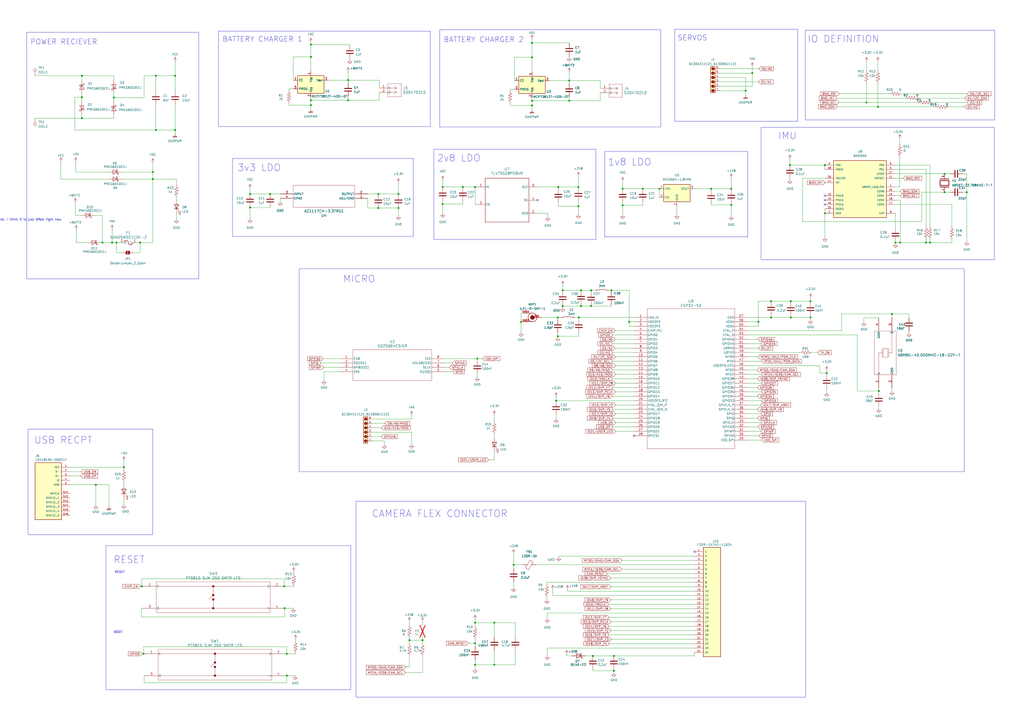
<source format=kicad_sch>
(kicad_sch (version 20250114) (generator "eeschema") (generator_version "9.0")
  (paper "A2")
  (title_block (title "VineRobot Gen2 Outer Board Sense + Power"))
  (rectangle (start 255.016 17.272) (end 383.286 73.66))
  (rectangle (start 173.482 155.956) (end 559.308 273.558))
  (rectangle (start 61.468 316.484) (end 203.454 400.05))
  (rectangle (start 350.774 87.884) (end 433.832 137.414))
  (rectangle (start 134.874 91.948) (end 239.776 137.16))
  (rectangle (start 16.256 248.92) (end 88.646 310.134))
  (rectangle (start 441.452 73.914) (end 576.834 150.622))
  (rectangle (start 126.746 18.034) (end 249.682 73.406))
  (rectangle (start 15.494 18.796) (end 115.316 161.798))
  (rectangle (start 206.502 290.83) (end 467.36 404.368))
  (rectangle (start 391.414 17.018) (end 462.788 70.358))
  (rectangle (start 251.714 86.614) (end 345.694 138.938))
  (rectangle (start 467.106 17.526) (end 577.088 69.596))
  (text "CAMERA FLEX CONNECTOR\n" (at 215.646 300.482 0) (effects (font (size 4 4)) (justify left bottom)))
  (text "How to make it so that currents sum by batteries being in Parallel, I think it is just ORed right now" (at -13.97 127.508 0) (effects (font (size 1.27 1.27))))
  (text "RESET" (at 65.786 327.152 0) (effects (font (size 4 4)) (justify left bottom)))
  (text "IMU" (at 451.358 81.28 0) (effects (font (size 4 4)) (justify left bottom)))
  (text "POWER RECIEVER" (at 17.526 26.162 0) (effects (font (size 3 3)) (justify left bottom)))
  (text "MICRO" (at 198.882 164.338 0) (effects (font (size 4 4)) (justify left bottom)))
  (text "RESET" (at 66.548 332.74 0) (effects (font (size 1.27 1.27)) (justify left bottom)))
  (text "1v8 LDO" (at 352.552 96.52 0) (effects (font (size 4 4)) (justify left bottom)))
  (text "USB RECPT" (at 19.812 257.81 0) (effects (font (size 4 4)) (justify left bottom)))
  (text "BOOT" (at 66.04 367.538 0) (effects (font (size 1.27 1.27)) (justify left bottom)))
  (text "SERVOS" (at 392.938 23.876 0) (effects (font (size 3 3)) (justify left bottom)))
  (text "BATTERY CHARGER 1" (at 129.032 24.638 0) (effects (font (size 3 3)) (justify left bottom)))
  (text "BATTERY CHARGER 2" (at 257.302 24.892 0) (effects (font (size 3 3)) (justify left bottom)))
  (text "IO DEFINITION" (at 468.376 25.146 0) (effects (font (size 4 4)) (justify left bottom)))
  (text "2v8 LDO" (at 253.492 94.234 0) (effects (font (size 4 4)) (justify left bottom)))
  (text "3v3 LDO\n" (at 137.668 99.822 0) (effects (font (size 4 4)) (justify left bottom)))
  (junction (at 356.108 389.128))
  (junction (at 286.766 385.572))
  (junction (at 66.04 56.642))
  (junction (at 424.18 118.872))
  (junction (at 560.832 111.506))
  (junction (at 286.766 361.188))
  (junction (at 275.59 373.126))
  (junction (at 432.562 52.578))
  (junction (at 424.18 109.474))
  (junction (at 166.37 379.222))
  (junction (at 245.11 371.348))
  (junction (at 372.872 109.474))
  (junction (at 547.878 100.838))
  (junction (at 342.9 168.402))
  (junction (at 335.534 108.458))
  (junction (at 330.2 58.42))
  (junction (at 447.294 184.15))
  (junction (at 180.34 60.96))
  (junction (at 81.28 140.716))
  (junction (at 47.498 43.942))
  (junction (at 361.188 119.126))
  (junction (at 256.794 118.364))
  (junction (at 470.154 184.15))
  (junction (at 522.224 140.716))
  (junction (at 180.34 25.908))
  (junction (at 509.778 226.822))
  (junction (at 201.93 46.482))
  (junction (at 101.6 43.942))
  (junction (at 364.998 186.69))
  (junction (at 180.34 58.166))
  (junction (at 337.058 177.546))
  (junction (at 478.536 95.758))
  (junction (at 47.498 56.388))
  (junction (at 537.21 140.716))
  (junction (at 361.188 109.474))
  (junction (at 308.61 58.42))
  (junction (at 101.6 75.438))
  (junction (at 83.312 379.222))
  (junction (at 330.2 46.736))
  (junction (at 219.456 112.522))
  (junction (at 308.61 33.274))
  (junction (at 67.564 140.716))
  (junction (at 308.61 24.892))
  (junction (at 88.646 99.822))
  (junction (at 470.154 174.752))
  (junction (at 458.216 95.758))
  (junction (at 509.27 61.976))
  (junction (at 436.372 42.418))
  (junction (at 180.34 33.02))
  (junction (at 237.49 371.348))
  (junction (at 439.928 186.69))
  (junction (at 343.916 380.492))
  (junction (at 156.718 112.522))
  (junction (at 297.942 327.66))
  (junction (at 335.534 119.634))
  (junction (at 82.296 340.106))
  (junction (at 145.034 112.522))
  (junction (at 478.536 123.698))
  (junction (at 323.596 195.072))
  (junction (at 335.788 184.15))
  (junction (at 201.93 58.166))
  (junction (at 165.1 352.806))
  (junction (at 90.424 75.438))
  (junction (at 539.496 140.716))
  (junction (at 145.034 120.396))
  (junction (at 326.39 177.546))
  (junction (at 308.61 61.214))
  (junction (at 219.456 120.65))
  (junction (at 322.58 232.41))
  (junction (at 71.882 271.018))
  (junction (at 47.498 68.58))
  (junction (at 502.666 59.436))
  (junction (at 65.024 140.716))
  (junction (at 519.43 140.716))
  (junction (at 276.86 208.026))
  (junction (at 356.108 380.492))
  (junction (at 302.26 186.69))
  (junction (at 55.626 281.178))
  (junction (at 231.14 120.65))
  (junction (at 231.14 112.522))
  (junction (at 90.424 43.942))
  (junction (at 458.724 174.752))
  (junction (at 382.524 109.474))
  (junction (at 412.496 109.474))
  (junction (at 447.294 174.752))
  (junction (at 166.37 391.922))
  (junction (at 517.398 182.118))
  (junction (at 164.846 340.106))
  (junction (at 354.584 168.402))
  (junction (at 458.724 184.15))
  (junction (at 275.59 108.458))
  (junction (at 275.59 361.188))
  (junction (at 323.85 108.458))
  (junction (at 88.646 103.886))
  (junction (at 342.9 177.546))
  (junction (at 479.552 216.408))
  (junction (at 337.058 168.402))
  (junction (at 326.39 168.402))
  (junction (at 59.436 140.716))
  (junction (at 256.794 108.458))
  (junction (at 323.596 184.15))
  (junction (at 268.478 108.458))
  (junction (at 547.878 111.506))
  (junction (at 275.59 385.572))
  (no_connect (at 367.792 252.73))
  (no_connect (at 478.536 116.078))
  (no_connect (at 478.536 113.538))
  (no_connect (at 402.844 320.04))
  (no_connect (at 311.912 116.078))
  (no_connect (at 478.536 118.618))
  (wire (pts (xy 302.26 186.69) (xy 302.26 192.786)))
  (wire (pts (xy 354.33 347.98) (xy 402.844 347.98)))
  (wire (pts (xy 180.34 63.5) (xy 180.34 60.96)))
  (wire (pts (xy 534.67 128.524) (xy 534.67 111.506)))
  (wire (pts (xy 523.24 54.356) (xy 561.086 54.356)))
  (wire (pts (xy 440.182 252.73) (xy 433.832 252.73)))
  (wire (pts (xy 486.664 59.436) (xy 502.666 59.436)))
  (wire (pts (xy 238.76 243.078) (xy 238.76 241.046)))
  (wire (pts (xy 258.064 213.106) (xy 260.604 213.106)))
  (wire (pts (xy 527.304 193.04) (xy 527.304 192.024)))
  (wire (pts (xy 102.362 107.188) (xy 102.362 103.886)))
  (wire (pts (xy 180.34 33.02) (xy 180.34 41.402)))
  (wire (pts (xy 441.452 250.19) (xy 433.832 250.19)))
  (wire (pts (xy 433.832 186.69) (xy 439.928 186.69)))
  (wire (pts (xy 90.424 60.706) (xy 90.424 75.438)))
  (wire (pts (xy 519.43 141.224) (xy 519.43 140.716)))
  (wire (pts (xy 342.9 177.546) (xy 354.584 177.546)))
  (wire (pts (xy 231.14 112.522) (xy 231.14 113.03)))
  (wire (pts (xy 88.646 99.822) (xy 88.646 103.886)))
  (wire (pts (xy 71.882 279.908) (xy 71.882 281.178)))
  (wire (pts (xy 502.666 59.436) (xy 502.666 48.514)))
  (wire (pts (xy 145.034 112.522) (xy 156.718 112.522)))
  (wire (pts (xy 519.43 140.716) (xy 522.224 140.716)))
  (wire (pts (xy 47.498 46.736) (xy 47.498 43.942)))
  (wire (pts (xy 353.568 373.38) (xy 402.844 373.38)))
  (wire (pts (xy 102.362 123.698) (xy 102.362 127)))
  (wire (pts (xy 81.534 340.106) (xy 82.296 340.106)))
  (wire (pts (xy 436.372 50.038) (xy 436.372 42.418)))
  (wire (pts (xy 276.86 208.026) (xy 279.908 208.026)))
  (wire (pts (xy 166.37 395.986) (xy 166.37 391.922)))
  (wire (pts (xy 295.91 51.816) (xy 298.45 51.816)))
  (wire (pts (xy 488.188 182.118) (xy 488.188 191.77)))
  (wire (pts (xy 201.93 58.166) (xy 219.964 58.166)))
  (wire (pts (xy 519.43 123.698) (xy 519.176 123.698)))
  (wire (pts (xy 360.68 325.12) (xy 402.844 325.12)))
  (wire (pts (xy 63.246 281.178) (xy 63.246 293.878)))
  (wire (pts (xy 354.584 365.76) (xy 402.844 365.76)))
  (wire (pts (xy 330.2 58.42) (xy 308.61 58.42)))
  (wire (pts (xy 357.124 222.25) (xy 367.792 222.25)))
  (wire (pts (xy 286.766 266.7) (xy 286.766 261.62)))
  (wire (pts (xy 356.87 201.93) (xy 367.792 201.93)))
  (wire (pts (xy 441.706 217.17) (xy 433.832 217.17)))
  (wire (pts (xy 65.024 133.096) (xy 65.024 140.716)))
  (wire (pts (xy 439.42 237.49) (xy 433.832 237.49)))
  (wire (pts (xy 165.354 379.222) (xy 166.37 379.222)))
  (wire (pts (xy 470.154 185.42) (xy 470.154 184.15)))
  (wire (pts (xy 322.58 240.538) (xy 322.58 242.824)))
  (wire (pts (xy 326.39 177.546) (xy 326.39 176.784)))
  (wire (pts (xy 223.266 245.618) (xy 215.9 245.618)))
  (wire (pts (xy 324.104 323.088) (xy 324.104 322.58)))
  (wire (pts (xy 166.37 375.158) (xy 166.37 379.222)))
  (wire (pts (xy 223.012 255.778) (xy 215.9 255.778)))
  (wire (pts (xy 317.5 355.6) (xy 402.844 355.6)))
  (wire (pts (xy 83.312 379.222) (xy 84.074 379.222)))
  (wire (pts (xy 82.296 340.106) (xy 82.296 335.788)))
  (wire (pts (xy 424.18 103.378) (xy 424.18 109.474)))
  (wire (pts (xy 83.566 391.922) (xy 83.566 395.986)))
  (wire (pts (xy 317.246 346.456) (xy 317.246 347.726)))
  (wire (pts (xy 47.498 68.58) (xy 66.04 68.58)))
  (wire (pts (xy 275.59 108.458) (xy 276.352 108.458)))
  (wire (pts (xy 355.346 229.87) (xy 367.792 229.87)))
  (wire (pts (xy 235.204 386.842) (xy 235.204 387.096)))
  (wire (pts (xy 560.832 139.954) (xy 560.832 111.506)))
  (wire (pts (xy 330.2 46.736) (xy 330.2 41.91)))
  (wire (pts (xy 145.034 109.474) (xy 145.034 112.522)))
  (wire (pts (xy 275.59 385.572) (xy 286.766 385.572)))
  (wire (pts (xy 539.496 131.318) (xy 539.496 95.758)))
  (wire (pts (xy 441.198 234.95) (xy 433.832 234.95)))
  (wire (pts (xy 90.424 53.086) (xy 90.424 43.942)))
  (wire (pts (xy 522.224 140.716) (xy 537.21 140.716)))
  (wire (pts (xy 20.32 68.834) (xy 20.32 68.58)))
  (wire (pts (xy 268.478 118.364) (xy 256.794 118.364)))
  (wire (pts (xy 286.766 385.572) (xy 298.958 385.572)))
  (wire (pts (xy 170.18 33.02) (xy 170.18 46.482)))
  (wire (pts (xy 367.792 189.23) (xy 364.998 189.23)))
  (wire (pts (xy 88.646 103.886) (xy 88.646 140.716)))
  (wire (pts (xy 357.124 240.03) (xy 367.792 240.03)))
  (wire (pts (xy 509.778 225.044) (xy 509.778 226.822)))
  (wire (pts (xy 354.33 340.36) (xy 402.844 340.36)))
  (wire (pts (xy 367.792 245.11) (xy 357.124 245.11)))
  (wire (pts (xy 43.434 56.388) (xy 47.498 56.388)))
  (wire (pts (xy 47.498 43.942) (xy 66.04 43.942)))
  (wire (pts (xy 44.196 140.716) (xy 50.8 140.716)))
  (wire (pts (xy 479.552 216.408) (xy 479.552 217.678)))
  (wire (pts (xy 335.788 185.42) (xy 335.788 184.15)))
  (wire (pts (xy 342.9 168.402) (xy 345.44 168.402)))
  (wire (pts (xy 517.398 182.118) (xy 517.398 184.404)))
  (wire (pts (xy 275.59 118.618) (xy 276.352 118.618)))
  (wire (pts (xy 355.6 237.49) (xy 367.792 237.49)))
  (wire (pts (xy 412.496 109.474) (xy 424.18 109.474)))
  (wire (pts (xy 417.322 42.418) (xy 436.372 42.418)))
  (wire (pts (xy 43.688 124.968) (xy 47.244 124.968)))
  (wire (pts (xy 66.04 68.58) (xy 66.04 66.802)))
  (wire (pts (xy 439.928 174.752) (xy 447.294 174.752)))
  (wire (pts (xy 101.6 60.706) (xy 101.6 75.438)))
  (wire (pts (xy 354.584 177.546) (xy 354.584 176.784)))
  (wire (pts (xy 372.872 109.728) (xy 372.872 109.474)))
  (wire (pts (xy 55.626 281.178) (xy 40.64 281.178)))
  (wire (pts (xy 335.534 108.458) (xy 335.534 109.22)))
  (wire (pts (xy 402.844 380.492) (xy 402.844 378.46)))
  (wire (pts (xy 47.498 56.388) (xy 47.498 58.674)))
  (wire (pts (xy 308.61 61.214) (xy 308.61 58.42)))
  (wire (pts (xy 47.498 56.388) (xy 47.498 54.356)))
  (wire (pts (xy 90.424 43.942) (xy 101.6 43.942)))
  (wire (pts (xy 47.498 66.294) (xy 47.498 68.58)))
  (wire (pts (xy 59.436 124.968) (xy 59.436 140.716)))
  (wire (pts (xy 275.59 382.778) (xy 275.59 385.572)))
  (wire (pts (xy 330.2 56.134) (xy 330.2 58.42)))
  (wire (pts (xy 271.78 373.126) (xy 275.59 373.126)))
  (wire (pts (xy 83.566 43.942) (xy 83.566 56.642)))
  (wire (pts (xy 162.56 116.84) (xy 162.56 115.062)))
  (wire (pts (xy 524.002 103.378) (xy 519.176 103.378)))
  (wire (pts (xy 256.794 118.364) (xy 256.794 116.586)))
  (wire (pts (xy 35.306 103.886) (xy 62.992 103.886)))
  (wire (pts (xy 82.042 352.806) (xy 82.042 357.886)))
  (wire (pts (xy 275.59 387.858) (xy 275.59 385.572)))
  (wire (pts (xy 275.59 373.126) (xy 275.59 375.158)))
  (wire (pts (xy 335.788 195.072) (xy 323.596 195.072)))
  (wire (pts (xy 354.584 360.68) (xy 402.844 360.68)))
  (wire (pts (xy 356.108 380.492) (xy 402.844 380.492)))
  (wire (pts (xy 527.304 182.118) (xy 517.398 182.118)))
  (wire (pts (xy 502.666 59.436) (xy 532.638 59.436)))
  (wire (pts (xy 295.91 60.198) (xy 295.91 61.214)))
  (wire (pts (xy 433.832 212.09) (xy 475.488 212.09)))
  (wire (pts (xy 509.778 226.822) (xy 509.778 228.092)))
  (wire (pts (xy 361.188 109.474) (xy 372.872 109.474)))
  (wire (pts (xy 533.146 56.896) (xy 559.562 56.896)))
  (wire (pts (xy 67.564 140.716) (xy 67.564 146.558)))
  (wire (pts (xy 201.93 55.88) (xy 201.93 58.166)))
  (wire (pts (xy 298.958 385.572) (xy 298.958 377.19)))
  (wire (pts (xy 245.11 371.348) (xy 245.11 370.078)))
  (wire (pts (xy 201.93 46.482) (xy 201.93 41.656)))
  (wire (pts (xy 343.916 380.492) (xy 356.108 380.492)))
  (wire (pts (xy 417.322 47.498) (xy 439.928 47.498)))
  (wire (pts (xy 302.26 181.61) (xy 302.26 186.69)))
  (wire (pts (xy 478.536 121.158) (xy 478.536 123.698)))
  (wire (pts (xy 156.718 120.396) (xy 145.034 120.396)))
  (wire (pts (xy 164.338 340.106) (xy 164.846 340.106)))
  (wire (pts (xy 275.59 361.188) (xy 275.59 363.22)))
  (wire (pts (xy 560.832 100.838) (xy 560.832 111.506)))
  (wire (pts (xy 337.058 168.402) (xy 342.9 168.402)))
  (wire (pts (xy 219.964 58.166) (xy 219.964 53.594)))
  (wire (pts (xy 326.39 178.308) (xy 326.39 177.546)))
  (wire (pts (xy 67.564 146.558) (xy 70.358 146.558)))
  (wire (pts (xy 522.224 113.538) (xy 519.176 113.538)))
  (wire (pts (xy 360.68 330.2) (xy 402.844 330.2)))
  (wire (pts (xy 187.96 215.646) (xy 187.96 220.472)))
  (wire (pts (xy 441.706 232.41) (xy 433.832 232.41)))
  (wire (pts (xy 190.5 46.482) (xy 201.93 46.482)))
  (wire (pts (xy 352.298 332.74) (xy 402.844 332.74)))
  (wire (pts (xy 354.584 168.402) (xy 354.584 169.164)))
  (wire (pts (xy 355.346 214.63) (xy 367.792 214.63)))
  (wire (pts (xy 258.064 208.026) (xy 276.86 208.026)))
  (wire (pts (xy 326.39 165.608) (xy 326.39 168.402)))
  (wire (pts (xy 88.646 94.488) (xy 88.646 99.822)))
  (wire (pts (xy 560.832 100.838) (xy 558.546 100.838)))
  (wire (pts (xy 297.942 329.946) (xy 297.942 327.66)))
  (wire (pts (xy 439.674 196.85) (xy 433.832 196.85)))
  (wire (pts (xy 82.296 340.106) (xy 83.058 340.106)))
  (wire (pts (xy 83.312 379.222) (xy 83.312 375.158)))
  (wire (pts (xy 488.188 182.118) (xy 517.398 182.118)))
  (wire (pts (xy 333.248 184.15) (xy 335.788 184.15)))
  (wire (pts (xy 245.11 360.68) (xy 245.11 362.458)))
  (wire (pts (xy 166.37 379.222) (xy 171.45 379.222)))
  (wire (pts (xy 219.456 112.522) (xy 231.14 112.522)))
  (wire (pts (xy 221.234 248.158) (xy 215.9 248.158)))
  (wire (pts (xy 215.9 243.078) (xy 238.76 243.078)))
  (wire (pts (xy 441.706 255.27) (xy 433.832 255.27)))
  (wire (pts (xy 256.794 108.458) (xy 256.794 108.966)))
  (wire (pts (xy 485.648 61.976) (xy 509.27 61.976)))
  (wire (pts (xy 286.766 251.968) (xy 286.766 254)))
  (wire (pts (xy 67.564 140.716) (xy 69.342 140.716)))
  (wire (pts (xy 552.196 138.938) (xy 552.196 140.716)))
  (wire (pts (xy 357.124 212.09) (xy 367.792 212.09)))
  (wire (pts (xy 237.49 371.348) (xy 237.49 373.126)))
  (wire (pts (xy 81.28 140.716) (xy 88.646 140.716)))
  (wire (pts (xy 268.478 116.586) (xy 268.478 118.364)))
  (wire (pts (xy 256.794 108.458) (xy 268.478 108.458)))
  (wire (pts (xy 170.18 33.02) (xy 180.34 33.02)))
  (wire (pts (xy 275.59 370.84) (xy 275.59 373.126)))
  (wire (pts (xy 439.42 229.87) (xy 433.832 229.87)))
  (wire (pts (xy 66.04 43.942) (xy 66.04 46.482)))
  (wire (pts (xy 485.394 56.896) (xy 525.526 56.896)))
  (wire (pts (xy 424.18 118.872) (xy 424.18 117.856)))
  (wire (pts (xy 323.596 195.072) (xy 323.596 195.58)))
  (wire (pts (xy 392.684 124.46) (xy 392.684 119.634)))
  (wire (pts (xy 353.06 350.52) (xy 402.844 350.52)))
  (wire (pts (xy 539.496 138.938) (xy 539.496 140.716)))
  (wire (pts (xy 433.832 204.47) (xy 463.804 204.47)))
  (wire (pts (xy 433.832 189.23) (xy 439.928 189.23)))
  (wire (pts (xy 330.2 46.736) (xy 348.234 46.736)))
  (wire (pts (xy 335.534 116.84) (xy 335.534 119.634)))
  (wire (pts (xy 102.362 114.808) (xy 102.362 116.078)))
  (wire (pts (xy 298.45 33.274) (xy 298.45 46.736)))
  (wire (pts (xy 320.548 345.44) (xy 402.844 345.44)))
  (wire (pts (xy 342.9 169.418) (xy 342.9 168.402)))
  (wire (pts (xy 66.04 56.642) (xy 83.566 56.642)))
  (wire (pts (xy 335.788 184.15) (xy 367.792 184.15)))
  (wire (pts (xy 201.93 46.482) (xy 219.964 46.482)))
  (wire (pts (xy 83.058 352.806) (xy 82.042 352.806)))
  (wire (pts (xy 441.706 209.55) (xy 433.832 209.55)))
  (wire (pts (xy 165.1 352.806) (xy 170.18 352.806)))
  (wire (pts (xy 439.674 247.65) (xy 433.832 247.65)))
  (wire (pts (xy 356.87 191.77) (xy 367.792 191.77)))
  (wire (pts (xy 509.27 61.976) (xy 542.544 61.976)))
  (wire (pts (xy 355.346 199.39) (xy 367.792 199.39)))
  (wire (pts (xy 361.188 109.728) (xy 361.188 109.474)))
  (wire (pts (xy 355.346 209.55) (xy 367.792 209.55)))
  (wire (pts (xy 509.778 235.712) (xy 509.778 236.982)))
  (wire (pts (xy 372.872 109.474) (xy 382.524 109.474)))
  (wire (pts (xy 145.034 120.396) (xy 145.034 126.746)))
  (wire (pts (xy 219.964 46.482) (xy 219.964 51.054)))
  (wire (pts (xy 102.362 103.886) (xy 88.646 103.886)))
  (wire (pts (xy 46.99 276.098) (xy 40.64 276.098)))
  (wire (pts (xy 187.452 208.026) (xy 197.104 208.026)))
  (wire (pts (xy 478.536 103.378) (xy 465.582 103.378)))
  (wire (pts (xy 71.882 288.798) (xy 71.882 292.608)))
  (wire (pts (xy 537.21 131.318) (xy 537.21 98.298)))
  (wire (pts (xy 297.942 327.66) (xy 303.276 327.66)))
  (wire (pts (xy 357.124 227.33) (xy 367.792 227.33)))
  (wire (pts (xy 83.566 395.986) (xy 166.37 395.986)))
  (wire (pts (xy 339.598 380.492) (xy 343.916 380.492)))
  (wire (pts (xy 465.582 128.524) (xy 534.67 128.524)))
  (wire (pts (xy 470.154 174.752) (xy 470.154 175.514)))
  (wire (pts (xy 361.188 119.126) (xy 361.188 117.348)))
  (wire (pts (xy 479.552 215.138) (xy 479.552 216.408)))
  (wire (pts (xy 439.42 219.71) (xy 433.832 219.71)))
  (wire (pts (xy 382.524 109.474) (xy 382.524 114.554)))
  (wire (pts (xy 171.45 370.84) (xy 171.45 371.602)))
  (wire (pts (xy 353.06 168.402) (xy 354.584 168.402)))
  (wire (pts (xy 343.916 389.128) (xy 356.108 389.128)))
  (wire (pts (xy 357.124 217.17) (xy 367.792 217.17)))
  (wire (pts (xy 84.074 391.922) (xy 83.566 391.922)))
  (wire (pts (xy 547.878 111.506) (xy 547.878 111.252)))
  (wire (pts (xy 308.61 24.892) (xy 308.61 33.274)))
  (wire (pts (xy 167.64 60.96) (xy 180.34 60.96)))
  (wire (pts (xy 317.754 123.698) (xy 317.754 125.73)))
  (wire (pts (xy 71.882 272.288) (xy 71.882 271.018)))
  (wire (pts (xy 447.294 174.752) (xy 447.294 175.26)))
  (wire (pts (xy 436.372 38.862) (xy 436.372 42.418)))
  (wire (pts (xy 441.706 227.33) (xy 433.832 227.33)))
  (wire (pts (xy 424.18 125.222) (xy 424.18 118.872)))
  (wire (pts (xy 302.26 181.61) (xy 303.784 181.61)))
  (wire (pts (xy 317.5 375.92) (xy 402.844 375.92)))
  (wire (pts (xy 356.108 388.112) (xy 356.108 389.128)))
  (wire (pts (xy 101.6 75.438) (xy 90.424 75.438)))
  (wire (pts (xy 43.942 99.822) (xy 43.942 93.98)))
  (wire (pts (xy 297.942 321.31) (xy 297.942 327.66)))
  (wire (pts (xy 355.346 204.47) (xy 367.792 204.47)))
  (wire (pts (xy 441.452 245.11) (xy 433.832 245.11)))
  (wire (pts (xy 268.478 108.458) (xy 275.59 108.458)))
  (wire (pts (xy 70.612 103.886) (xy 88.646 103.886)))
  (wire (pts (xy 43.434 75.438) (xy 90.424 75.438)))
  (wire (pts (xy 519.43 139.954) (xy 519.43 140.716)))
  (wire (pts (xy 337.058 168.91) (xy 337.058 168.402)))
  (wire (pts (xy 441.452 199.39) (xy 433.832 199.39)))
  (wire (pts (xy 402.844 109.474) (xy 412.496 109.474)))
  (wire (pts (xy 509.27 35.814) (xy 509.27 40.894)))
  (wire (pts (xy 361.188 105.41) (xy 361.188 109.474)))
  (wire (pts (xy 367.792 247.65) (xy 355.6 247.65)))
  (wire (pts (xy 519.176 116.078) (xy 522.224 116.078)))
  (wire (pts (xy 201.93 48.26) (xy 201.93 46.482)))
  (wire (pts (xy 439.166 214.63) (xy 433.832 214.63)))
  (wire (pts (xy 167.64 52.324) (xy 167.64 51.562)))
  (wire (pts (xy 354.33 335.28) (xy 402.844 335.28)))
  (wire (pts (xy 361.188 124.46) (xy 361.188 119.126)))
  (wire (pts (xy 337.058 177.546) (xy 342.9 177.546)))
  (wire (pts (xy 215.9 250.698) (xy 238.76 250.698)))
  (wire (pts (xy 478.536 123.698) (xy 478.536 137.668)))
  (wire (pts (xy 237.49 360.68) (xy 237.49 362.458)))
  (wire (pts (xy 58.42 140.716) (xy 59.436 140.716)))
  (wire (pts (xy 441.452 240.03) (xy 433.832 240.03)))
  (wire (pts (xy 201.93 58.166) (xy 180.34 58.166)))
  (wire (pts (xy 547.878 100.838) (xy 547.878 101.092)))
  (wire (pts (xy 519.43 123.698) (xy 519.43 132.334)))
  (wire (pts (xy 458.724 174.752) (xy 470.154 174.752)))
  (wire (pts (xy 471.424 204.47) (xy 474.218 204.47)))
  (wire (pts (xy 70.612 99.822) (xy 88.646 99.822)))
  (wire (pts (xy 83.566 43.942) (xy 90.424 43.942)))
  (wire (pts (xy 355.346 224.79) (xy 367.792 224.79)))
  (wire (pts (xy 367.792 232.41) (xy 322.58 232.41)))
  (wire (pts (xy 356.108 389.128) (xy 356.108 390.144)))
  (wire (pts (xy 412.496 118.872) (xy 412.496 118.11)))
  (wire (pts (xy 458.216 104.14) (xy 458.216 103.378)))
  (wire (pts (xy 286.766 377.19) (xy 286.766 385.572)))
  (wire (pts (xy 323.85 108.458) (xy 323.85 109.728)))
  (wire (pts (xy 439.674 207.01) (xy 433.832 207.01)))
  (wire (pts (xy 219.456 112.522) (xy 219.456 113.03)))
  (wire (pts (xy 458.724 184.15) (xy 470.154 184.15)))
  (wire (pts (xy 355.346 194.31) (xy 367.792 194.31)))
  (wire (pts (xy 65.024 140.716) (xy 67.564 140.716)))
  (wire (pts (xy 213.36 115.062) (xy 213.36 120.65)))
  (wire (pts (xy 308.61 24.892) (xy 330.2 24.892)))
  (wire (pts (xy 286.766 361.188) (xy 298.958 361.188)))
  (wire (pts (xy 486.918 54.356) (xy 515.62 54.356)))
  (wire (pts (xy 223.012 257.81) (xy 223.012 255.778)))
  (wire (pts (xy 337.058 168.402) (xy 326.39 168.402)))
  (wire (pts (xy 317.5 380.238) (xy 317.5 375.92)))
  (wire (pts (xy 323.85 108.458) (xy 335.534 108.458)))
  (wire (pts (xy 335.788 195.072) (xy 335.788 193.04)))
  (wire (pts (xy 20.32 68.58) (xy 47.498 68.58)))
  (wire (pts (xy 330.2 48.514) (xy 330.2 46.736)))
  (wire (pts (xy 441.706 222.25) (xy 433.832 222.25)))
  (wire (pts (xy 470.154 183.134) (xy 470.154 184.15)))
  (wire (pts (xy 322.58 232.41) (xy 322.58 232.918)))
  (wire (pts (xy 458.216 95.758) (xy 458.216 92.456)))
  (wire (pts (xy 364.998 189.23) (xy 364.998 186.69)))
  (wire (pts (xy 458.724 183.134) (xy 458.724 184.15)))
  (wire (pts (xy 313.944 184.15) (xy 323.596 184.15)))
  (wire (pts (xy 521.97 91.44) (xy 521.97 108.458)))
  (wire (pts (xy 355.346 219.71) (xy 367.792 219.71)))
  (wire (pts (xy 432.562 52.578) (xy 432.562 55.372)))
  (wire (pts (xy 364.998 186.69) (xy 367.792 186.69)))
  (wire (pts (xy 439.928 174.752) (xy 439.928 186.69)))
  (wire (pts (xy 54.864 124.968) (xy 59.436 124.968)))
  (wire (pts (xy 221.234 253.238) (xy 215.9 253.238)))
  (wire (pts (xy 46.99 273.558) (xy 40.64 273.558)))
  (wire (pts (xy 43.434 75.438) (xy 43.434 56.388)))
  (wire (pts (xy 258.064 210.566) (xy 262.382 210.566)))
  (wire (pts (xy 447.294 182.88) (xy 447.294 184.15)))
  (wire (pts (xy 165.1 357.886) (xy 165.1 352.806)))
  (wire (pts (xy 417.322 52.578) (xy 432.562 52.578)))
  (wire (pts (xy 357.124 207.01) (xy 367.792 207.01)))
  (wire (pts (xy 308.61 22.86) (xy 308.61 24.892)))
  (wire (pts (xy 180.34 25.908) (xy 180.34 33.02)))
  (wire (pts (xy 237.49 386.842) (xy 237.49 380.746)))
  (wire (pts (xy 81.28 146.558) (xy 81.28 140.716)))
  (wire (pts (xy 258.064 215.646) (xy 262.636 215.646)))
  (wire (pts (xy 547.878 100.838) (xy 550.926 100.838)))
  (wire (pts (xy 82.296 335.788) (xy 164.846 335.788)))
  (wire (pts (xy 475.488 216.408) (xy 479.552 216.408)))
  (wire (pts (xy 540.258 59.436) (xy 561.086 59.436)))
  (wire (pts (xy 275.59 108.458) (xy 275.59 118.618)))
  (wire (pts (xy 213.36 112.522) (xy 219.456 112.522)))
  (wire (pts (xy 310.896 327.66) (xy 402.844 327.66)))
  (wire (pts (xy 372.872 117.348) (xy 372.872 119.126)))
  (wire (pts (xy 353.314 363.22) (xy 402.844 363.22)))
  (wire (pts (xy 66.04 56.642) (xy 66.04 54.102)))
  (wire (pts (xy 197.104 215.646) (xy 187.96 215.646)))
  (wire (pts (xy 166.37 391.922) (xy 171.196 391.922)))
  (wire (pts (xy 519.176 98.298) (xy 537.21 98.298)))
  (wire (pts (xy 522.224 110.998) (xy 519.176 110.998)))
  (wire (pts (xy 353.314 358.14) (xy 402.844 358.14)))
  (wire (pts (xy 521.97 80.518) (xy 521.97 83.82)))
  (wire (pts (xy 77.978 146.558) (xy 81.28 146.558)))
  (wire (pts (xy 245.11 390.144) (xy 245.11 380.746)))
  (wire (pts (xy 343.916 388.112) (xy 343.916 389.128)))
  (wire (pts (xy 256.794 104.648) (xy 256.794 108.458)))
  (wire (pts (xy 320.548 342.138) (xy 320.548 345.44)))
  (wire (pts (xy 101.6 35.814) (xy 101.6 43.942)))
  (wire (pts (xy 519.176 100.838) (xy 547.878 100.838)))
  (wire (pts (xy 433.832 184.15) (xy 447.294 184.15)))
  (wire (pts (xy 547.878 111.506) (xy 550.926 111.506)))
  (wire (pts (xy 180.34 58.166) (xy 180.34 56.642)))
  (wire (pts (xy 276.86 218.694) (xy 276.86 216.916)))
  (wire (pts (xy 479.552 225.298) (xy 479.552 227.584)))
  (wire (pts (xy 286.766 361.188) (xy 275.59 361.188)))
  (wire (pts (xy 447.294 184.15) (xy 458.724 184.15)))
  (wire (pts (xy 231.14 106.172) (xy 231.14 112.522)))
  (wire (pts (xy 364.998 168.402) (xy 364.998 186.69)))
  (wire (pts (xy 167.64 59.944) (xy 167.64 60.96)))
  (wire (pts (xy 355.6 242.57) (xy 367.792 242.57)))
  (wire (pts (xy 323.85 119.634) (xy 335.534 119.634)))
  (wire (pts (xy 231.14 124.968) (xy 231.14 120.65)))
  (wire (pts (xy 497.332 194.31) (xy 497.332 226.822)))
  (wire (pts (xy 447.294 174.752) (xy 458.724 174.752)))
  (wire (pts (xy 79.502 140.716) (xy 81.28 140.716)))
  (wire (pts (xy 237.49 370.078) (xy 237.49 371.348)))
  (wire (pts (xy 539.496 140.716) (xy 552.196 140.716)))
  (wire (pts (xy 348.234 46.736) (xy 348.234 51.308)))
  (wire (pts (xy 552.196 118.618) (xy 552.196 131.318)))
  (wire (pts (xy 164.846 340.106) (xy 170.434 340.106)))
  (wire (pts (xy 330.2 58.42) (xy 348.234 58.42)))
  (wire (pts (xy 55.626 281.178) (xy 63.246 281.178)))
  (wire (pts (xy 537.21 140.716) (xy 539.496 140.716)))
  (wire (pts (xy 417.322 44.958) (xy 432.562 44.958)))
  (wire (pts (xy 164.338 352.806) (xy 165.1 352.806)))
  (wire (pts (xy 40.64 271.018) (xy 71.882 271.018)))
  (wire (pts (xy 497.332 194.31) (xy 433.832 194.31)))
  (wire (pts (xy 509.27 61.976) (xy 509.27 48.514)))
  (wire (pts (xy 317.5 358.648) (xy 317.5 355.6)))
  (wire (pts (xy 509.778 184.404) (xy 501.142 184.404)))
  (wire (pts (xy 465.582 103.378) (xy 465.582 128.524)))
  (wire (pts (xy 342.9 177.038) (xy 342.9 177.546)))
  (wire (pts (xy 329.184 342.138) (xy 329.184 342.9)))
  (wire (pts (xy 44.196 133.35) (xy 44.196 140.716)))
  (wire (pts (xy 517.398 226.822) (xy 517.398 225.044)))
  (wire (pts (xy 475.488 212.09) (xy 475.488 216.408)))
  (wire (pts (xy 470.154 172.974) (xy 470.154 174.752)))
  (wire (pts (xy 283.464 266.7) (xy 286.766 266.7)))
  (wire (pts (xy 501.142 184.404) (xy 501.142 186.69)))
  (wire (pts (xy 202.946 34.036) (xy 202.946 34.544)))
  (wire (pts (xy 275.59 359.41) (xy 275.59 361.188)))
  (wire (pts (xy 478.536 95.758) (xy 478.536 98.298)))
  (wire (pts (xy 59.436 140.716) (xy 65.024 140.716)))
  (wire (pts (xy 311.912 123.698) (xy 317.754 123.698)))
  (wire (pts (xy 298.958 369.57) (xy 298.958 361.188)))
  (wire (pts (xy 295.91 61.214) (xy 308.61 61.214)))
  (wire (pts (xy 317.246 337.82) (xy 402.844 337.82)))
  (wire (pts (xy 170.434 331.724) (xy 170.434 332.486)))
  (wire (pts (xy 55.626 292.862) (xy 55.626 281.178)))
  (wire (pts (xy 180.34 25.908) (xy 202.946 25.908)))
  (wire (pts (xy 165.354 391.922) (xy 166.37 391.922)))
  (wire (pts (xy 268.478 108.458) (xy 268.478 108.966)))
  (wire (pts (xy 330.2 24.892) (xy 330.2 25.146)))
  (wire (pts (xy 323.85 117.348) (xy 323.85 119.634)))
  (wire (pts (xy 519.176 95.758) (xy 539.496 95.758)))
  (wire (pts (xy 439.42 224.79) (xy 433.832 224.79)))
  (wire (pts (xy 164.846 335.788) (xy 164.846 340.106)))
  (wire (pts (xy 323.596 185.42) (xy 323.596 184.15)))
  (wire (pts (xy 295.91 52.578) (xy 295.91 51.816)))
  (wire (pts (xy 497.332 226.822) (xy 509.778 226.822)))
  (wire (pts (xy 354.33 353.06) (xy 402.844 353.06)))
  (wire (pts (xy 311.912 108.458) (xy 323.85 108.458)))
  (wire (pts (xy 322.58 230.378) (xy 322.58 232.41)))
  (wire (pts (xy 167.64 51.562) (xy 170.18 51.562)))
  (wire (pts (xy 308.61 63.754) (xy 308.61 61.214)))
  (wire (pts (xy 424.18 109.474) (xy 424.18 110.236)))
  (wire (pts (xy 433.832 191.77) (xy 488.188 191.77)))
  (wire (pts (xy 286.766 240.792) (xy 286.766 244.348)))
  (wire (pts (xy 439.928 201.93) (xy 433.832 201.93)))
  (wire (pts (xy 145.034 120.142) (xy 145.034 120.396)))
  (wire (pts (xy 186.182 210.566) (xy 197.104 210.566)))
  (wire (pts (xy 237.49 371.348) (xy 245.11 371.348)))
  (wire (pts (xy 527.304 182.118) (xy 527.304 184.404)))
  (wire (pts (xy 43.942 99.822) (xy 62.992 99.822)))
  (wire (pts (xy 66.04 59.182) (xy 66.04 56.642)))
  (wire (pts (xy 348.234 58.42) (xy 348.234 53.848)))
  (wire (pts (xy 245.11 373.126) (xy 245.11 371.348)))
  (wire (pts (xy 156.718 120.396) (xy 156.718 120.142)))
  (wire (pts (xy 101.6 43.942) (xy 101.6 53.086)))
  (wire (pts (xy 101.6 77.724) (xy 101.6 75.438)))
  (wire (pts (xy 180.34 24.638) (xy 180.34 25.908)))
  (wire (pts (xy 318.77 46.736) (xy 330.2 46.736)))
  (wire (pts (xy 432.562 44.958) (xy 432.562 52.578)))
  (wire (pts (xy 202.946 25.908) (xy 202.946 26.416)))
  (wire (pts (xy 412.496 109.474) (xy 412.496 110.49)))
  (wire (pts (xy 238.76 250.698) (xy 238.76 257.556)))
  (wire (pts (xy 83.312 375.158) (xy 166.37 375.158)))
  (wire (pts (xy 20.32 43.942) (xy 47.498 43.942)))
  (wire (pts (xy 335.534 102.362) (xy 335.534 108.458)))
  (wire (pts (xy 187.706 213.106) (xy 197.104 213.106)))
  (wire (pts (xy 326.39 168.402) (xy 326.39 169.164)))
  (wire (pts (xy 180.34 60.96) (xy 180.34 58.166)))
  (wire (pts (xy 235.204 390.144) (xy 245.11 390.144)))
  (wire (pts (xy 329.184 342.9) (xy 402.844 342.9)))
  (wire (pts (xy 328.676 380.492) (xy 331.978 380.492)))
  (wire (pts (xy 35.306 103.886) (xy 35.306 93.98)))
  (wire (pts (xy 317.246 338.836) (xy 317.246 337.82)))
  (wire (pts (xy 522.224 116.078) (xy 522.224 140.716)))
  (wire (pts (xy 439.42 242.57) (xy 433.832 242.57)))
  (wire (pts (xy 43.688 117.602) (xy 43.688 124.968)))
  (wire (pts (xy 337.058 176.53) (xy 337.058 177.546)))
  (wire (pts (xy 213.36 120.65) (xy 219.456 120.65)))
  (wire (pts (xy 502.666 35.814) (xy 502.666 40.894)))
  (wire (pts (xy 325.628 184.15) (xy 323.596 184.15)))
  (wire (pts (xy 82.55 379.222) (xy 83.312 379.222)))
  (wire (pts (xy 330.2 32.766) (xy 330.2 33.02)))
  (wire (pts (xy 308.61 33.274) (xy 308.61 41.656)))
  (wire (pts (xy 256.794 123.698) (xy 256.794 118.364)))
  (wire (pts (xy 82.042 357.886) (xy 165.1 357.886)))
  (wire (pts (xy 326.39 177.546) (xy 337.058 177.546)))
  (wire (pts (xy 458.216 95.758) (xy 478.536 95.758)))
  (wire (pts (xy 519.176 108.458) (xy 521.97 108.458)))
  (wire (pts (xy 439.928 186.69) (xy 439.928 189.23)))
  (wire (pts (xy 412.496 118.872) (xy 424.18 118.872)))
  (wire (pts (xy 354.584 168.402) (xy 364.998 168.402)))
  (wire (pts (xy 356.87 196.85) (xy 367.792 196.85)))
  (wire (pts (xy 537.21 138.938) (xy 537.21 140.716)))
  (wire (pts (xy 297.942 340.868) (xy 297.942 337.566)))
  (wire (pts (xy 519.176 118.618) (xy 552.196 118.618)))
  (wire (pts (xy 417.322 39.878) (xy 440.182 39.878)))
  (wire (pts (xy 353.314 368.3) (xy 402.844 368.3)))
  (wire (pts (xy 308.61 58.42) (xy 308.61 56.896)))
  (wire (pts (xy 357.124 250.19) (xy 367.792 250.19)))
  (wire (pts (xy 335.534 119.634) (xy 335.534 124.206)))
  (wire (pts (xy 324.104 322.58) (xy 402.844 322.58)))
  (wire (pts (xy 534.67 111.506) (xy 547.878 111.506)))
  (wire (pts (xy 328.676 380.492) (xy 328.676 379.73)))
  (wire (pts (xy 219.456 120.65) (xy 231.14 120.65)))
  (wire (pts (xy 558.546 111.506) (xy 560.832 111.506)))
  (wire (pts (xy 458.724 174.752) (xy 458.724 175.514)))
  (wire (pts (xy 298.45 33.274) (xy 308.61 33.274)))
  (wire (pts (xy 550.164 61.976) (xy 559.562 61.976)))
  (wire (pts (xy 323.596 195.072) (xy 323.596 193.04)))
  (wire (pts (xy 417.322 50.038) (xy 436.372 50.038)))
  (wire (pts (xy 357.124 234.95) (xy 367.792 234.95)))
  (wire (pts (xy 354.584 370.84) (xy 402.844 370.84)))
  (wire (pts (xy 372.872 119.126) (xy 361.188 119.126)))
  (wire (pts (xy 302.26 186.69) (xy 303.784 186.69)))
  (wire (pts (xy 71.882 267.462) (xy 71.882 271.018)))
  (wire (pts (xy 286.766 369.57) (xy 286.766 361.188)))
  (wire (pts (xy 276.86 208.026) (xy 276.86 209.296)))
  (wire (pts (xy 156.718 112.522) (xy 162.56 112.522)))
  (wire (pts (xy 235.204 386.842) (xy 237.49 386.842)))
  (global_label "D2{slash}A2" (shape input) (at 559.562 61.976 0) (property "Intersheetrefs" "${INTERSHEET_REFS}" (effects (hide yes))))
  (global_label "D5{slash}I2C_SCL" (shape input) (at 355.346 209.55 180) (property "Intersheetrefs" "${INTERSHEET_REFS}" (effects (hide yes))))
  (global_label "MTMS{slash}IO42{slash}PDM_CLK" (shape input) (at 439.674 207.01 0) (property "Intersheetrefs" "${INTERSHEET_REFS}" (effects (hide yes))))
  (global_label "IO47{slash}DVP_HREF" (shape input) (at 441.198 234.95 0) (property "Intersheetrefs" "${INTERSHEET_REFS}" (effects (hide yes))))
  (global_label "SPICS0" (shape input) (at 187.452 208.026 180) (property "Intersheetrefs" "${INTERSHEET_REFS}" (effects (hide yes))))
  (global_label "IO15{slash}DVP_Y2" (shape input) (at 354.584 365.76 180) (property "Intersheetrefs" "${INTERSHEET_REFS}" (effects (hide yes))))
  (global_label "IO16{slash}DVP_Y5" (shape input) (at 355.6 237.49 180) (property "Intersheetrefs" "${INTERSHEET_REFS}" (effects (hide yes))))
  (global_label "BNO_SDA" (shape input) (at 485.648 61.976 180) (property "Intersheetrefs" "${INTERSHEET_REFS}" (effects (hide yes))))
  (global_label "USB_DN" (shape input) (at 357.124 245.11 180) (property "Intersheetrefs" "${INTERSHEET_REFS}" (effects (hide yes))))
  (global_label "IO18{slash}DVP_Y4" (shape input) (at 355.6 242.57 180) (property "Intersheetrefs" "${INTERSHEET_REFS}" (effects (hide yes))))
  (global_label "IO16{slash}DVP_Y5" (shape input) (at 353.314 368.3 180) (property "Intersheetrefs" "${INTERSHEET_REFS}" (effects (hide yes))))
  (global_label "MTDO{slash}IO40{slash}CAM_SDA" (shape input) (at 235.204 387.096 180) (property "Intersheetrefs" "${INTERSHEET_REFS}" (effects (hide yes))))
  (global_label "SPIQ" (shape input) (at 439.42 242.57 0) (property "Intersheetrefs" "${INTERSHEET_REFS}" (effects (hide yes))))
  (global_label "SPID" (shape input) (at 441.452 240.03 0) (property "Intersheetrefs" "${INTERSHEET_REFS}" (effects (hide yes))))
  (global_label "MTCK{slash}IO39{slash}CAM_SCL" (shape input) (at 235.204 390.144 180) (property "Intersheetrefs" "${INTERSHEET_REFS}" (effects (hide yes))))
  (global_label "MTCK{slash}IO39{slash}CAM_SCL" (shape input) (at 441.706 217.17 0) (property "Intersheetrefs" "${INTERSHEET_REFS}" (effects (hide yes))))
  (global_label "GPIO35" (shape input) (at 441.706 227.33 0) (property "Intersheetrefs" "${INTERSHEET_REFS}" (effects (hide yes))))
  (global_label "GPIO45" (shape input) (at 441.452 199.39 0) (property "Intersheetrefs" "${INTERSHEET_REFS}" (effects (hide yes))))
  (global_label "BNO_INT" (shape input) (at 485.394 56.896 180) (property "Intersheetrefs" "${INTERSHEET_REFS}" (effects (hide yes))))
  (global_label "BNO_INT" (shape input) (at 478.536 105.918 180) (property "Intersheetrefs" "${INTERSHEET_REFS}" (effects (hide yes))))
  (global_label "VDD_SPI" (shape input) (at 279.908 208.026 0) (property "Intersheetrefs" "${INTERSHEET_REFS}" (effects (hide yes))))
  (global_label "SPID" (shape input) (at 262.636 215.646 0) (property "Intersheetrefs" "${INTERSHEET_REFS}" (effects (hide yes))))
  (global_label "D3{slash}A3" (shape input) (at 561.086 59.436 0) (property "Intersheetrefs" "${INTERSHEET_REFS}" (effects (hide yes))))
  (global_label "IO21{slash}USER_LED" (shape input) (at 283.464 266.7 180) (property "Intersheetrefs" "${INTERSHEET_REFS}" (effects (hide yes))))
  (global_label "IO17{slash}DVP_Y3" (shape input) (at 357.124 240.03 180) (property "Intersheetrefs" "${INTERSHEET_REFS}" (effects (hide yes))))
  (global_label "D4{slash}I2C_SDA" (shape input) (at 357.124 207.01 180) (property "Intersheetrefs" "${INTERSHEET_REFS}" (effects (hide yes))))
  (global_label "GPIO36" (shape input) (at 439.42 224.79 0) (property "Intersheetrefs" "${INTERSHEET_REFS}" (effects (hide yes))))
  (global_label "USB_DP" (shape input) (at 355.6 247.65 180) (property "Intersheetrefs" "${INTERSHEET_REFS}" (effects (hide yes))))
  (global_label "SPICS0" (shape input) (at 439.674 247.65 0) (property "Intersheetrefs" "${INTERSHEET_REFS}" (effects (hide yes))))
  (global_label "IO12{slash}DVP_Y7" (shape input) (at 353.314 358.14 180) (property "Intersheetrefs" "${INTERSHEET_REFS}" (effects (hide yes))))
  (global_label "D10{slash}A10{slash}MOSI" (shape input) (at 221.234 248.158 0) (property "Intersheetrefs" "${INTERSHEET_REFS}" (effects (hide yes))))
  (global_label "CAM_RESET" (shape input) (at 271.78 373.126 180) (property "Intersheetrefs" "${INTERSHEET_REFS}" (effects (hide yes))))
  (global_label "BNO_SCL" (shape input) (at 522.224 113.538 0) (property "Intersheetrefs" "${INTERSHEET_REFS}" (effects (hide yes))))
  (global_label "D8{slash}A8{slash}SCK" (shape input) (at 357.124 212.09 180) (property "Intersheetrefs" "${INTERSHEET_REFS}" (effects (hide yes))))
  (global_label "BNO_RST" (shape input) (at 486.918 54.356 180) (property "Intersheetrefs" "${INTERSHEET_REFS}" (effects (hide yes))))
  (global_label "MTDO{slash}IO40{slash}CAM_SDA" (shape input) (at 360.68 325.12 180) (property "Intersheetrefs" "${INTERSHEET_REFS}" (effects (hide yes))))
  (global_label "D1{slash}A1" (shape input) (at 439.928 47.498 0) (property "Intersheetrefs" "${INTERSHEET_REFS}" (effects (hide yes))))
  (global_label "SPICLK" (shape input) (at 441.452 245.11 0) (property "Intersheetrefs" "${INTERSHEET_REFS}" (effects (hide yes))))
  (global_label "SPIWP" (shape input) (at 187.706 213.106 180) (property "Intersheetrefs" "${INTERSHEET_REFS}" (effects (hide yes))))
  (global_label "SPIQ" (shape input) (at 186.182 210.566 180) (property "Intersheetrefs" "${INTERSHEET_REFS}" (effects (hide yes))))
  (global_label "BNO_SDA" (shape input) (at 522.224 110.998 0) (property "Intersheetrefs" "${INTERSHEET_REFS}" (effects (hide yes))))
  (global_label "D9{slash}A9{slash}MISO" (shape input) (at 355.346 214.63 180) (property "Intersheetrefs" "${INTERSHEET_REFS}" (effects (hide yes))))
  (global_label "GPIO46" (shape input) (at 439.674 196.85 0) (property "Intersheetrefs" "${INTERSHEET_REFS}" (effects (hide yes))))
  (global_label "CAM_RESET" (shape input) (at 352.298 332.74 180) (property "Intersheetrefs" "${INTERSHEET_REFS}" (effects (hide yes))))
  (global_label "IO11{slash}DVP_Y8" (shape input) (at 354.33 353.06 180) (property "Intersheetrefs" "${INTERSHEET_REFS}" (effects (hide yes))))
  (global_label "MTDI{slash}IO41{slash}PDM_DATA" (shape input) (at 441.706 209.55 0) (property "Intersheetrefs" "${INTERSHEET_REFS}" (effects (hide yes))))
  (global_label "D0{slash}A0" (shape input) (at 356.87 196.85 180) (property "Intersheetrefs" "${INTERSHEET_REFS}" (effects (hide yes))))
  (global_label "IO38{slash}DVP_VSYNC" (shape input) (at 439.42 219.71 0) (property "Intersheetrefs" "${INTERSHEET_REFS}" (effects (hide yes))))
  (global_label "IO48{slash}DVP_Y9" (shape input) (at 439.42 237.49 0) (property "Intersheetrefs" "${INTERSHEET_REFS}" (effects (hide yes))))
  (global_label "GPIO37" (shape input) (at 441.706 222.25 0) (property "Intersheetrefs" "${INTERSHEET_REFS}" (effects (hide yes))))
  (global_label "TX_D6" (shape input) (at 474.218 204.47 0) (property "Intersheetrefs" "${INTERSHEET_REFS}" (effects (hide yes))))
  (global_label "IO21{slash}USER_LED" (shape input) (at 357.124 250.19 180) (property "Intersheetrefs" "${INTERSHEET_REFS}" (effects (hide yes))))
  (global_label "BNO_RST" (shape input) (at 524.002 103.378 0) (property "Intersheetrefs" "${INTERSHEET_REFS}" (effects (hide yes))))
  (global_label "D5{slash}I2C_SCL" (shape input) (at 561.086 54.356 0) (property "Intersheetrefs" "${INTERSHEET_REFS}" (effects (hide yes))))
  (global_label "GPIO34" (shape input) (at 439.42 229.87 0) (property "Intersheetrefs" "${INTERSHEET_REFS}" (effects (hide yes))))
  (global_label "GPIO33" (shape input) (at 441.706 232.41 0) (property "Intersheetrefs" "${INTERSHEET_REFS}" (effects (hide yes))))
  (global_label "SPICLK" (shape input) (at 260.604 213.106 0) (property "Intersheetrefs" "${INTERSHEET_REFS}" (effects (hide yes))))
  (global_label "IO13{slash}DVP_PCLK" (shape input) (at 357.124 227.33 180) (property "Intersheetrefs" "${INTERSHEET_REFS}" (effects (hide yes))))
  (global_label "CHIP_EN" (shape input) (at 81.534 340.106 180) (property "Intersheetrefs" "${INTERSHEET_REFS}" (effects (hide yes))))
  (global_label "USB_DP" (shape input) (at 46.99 276.098 0) (property "Intersheetrefs" "${INTERSHEET_REFS}" (effects (hide yes))))
  (global_label "IO14{slash}DVP_Y6" (shape input) (at 355.346 229.87 180) (property "Intersheetrefs" "${INTERSHEET_REFS}" (effects (hide yes))))
  (global_label "GPIO46" (shape input) (at 221.234 253.238 0) (property "Intersheetrefs" "${INTERSHEET_REFS}" (effects (hide yes))))
  (global_label "SPIWP" (shape input) (at 441.452 250.19 0) (property "Intersheetrefs" "${INTERSHEET_REFS}" (effects (hide yes))))
  (global_label "D9{slash}A9{slash}MISO" (shape input) (at 223.266 245.618 0) (property "Intersheetrefs" "${INTERSHEET_REFS}" (effects (hide yes))))
  (global_label "IO48{slash}DVP_Y9" (shape input) (at 354.33 347.98 180) (property "Intersheetrefs" "${INTERSHEET_REFS}" (effects (hide yes))))
  (global_label "IO11{slash}DVP_Y8" (shape input) (at 357.124 222.25 180) (property "Intersheetrefs" "${INTERSHEET_REFS}" (effects (hide yes))))
  (global_label "SPIHD" (shape input) (at 262.382 210.566 0) (property "Intersheetrefs" "${INTERSHEET_REFS}" (effects (hide yes))))
  (global_label "D10{slash}A10{slash}MOSI" (shape input) (at 357.124 217.17 180) (property "Intersheetrefs" "${INTERSHEET_REFS}" (effects (hide yes))))
  (global_label "IO10{slash}XMCLK" (shape input) (at 353.06 350.52 180) (property "Intersheetrefs" "${INTERSHEET_REFS}" (effects (hide yes))))
  (global_label "D2{slash}A2" (shape input) (at 356.87 201.93 180) (property "Intersheetrefs" "${INTERSHEET_REFS}" (effects (hide yes))))
  (global_label "IO18{slash}DVP_Y4" (shape input) (at 353.568 373.38 180) (property "Intersheetrefs" "${INTERSHEET_REFS}" (effects (hide yes))))
  (global_label "D3{slash}A3" (shape input) (at 355.346 204.47 180) (property "Intersheetrefs" "${INTERSHEET_REFS}" (effects (hide yes))))
  (global_label "IO17{slash}DVP_Y3" (shape input) (at 354.584 370.84 180) (property "Intersheetrefs" "${INTERSHEET_REFS}" (effects (hide yes))))
  (global_label "GPIO0" (shape input) (at 82.55 379.222 180) (property "Intersheetrefs" "${INTERSHEET_REFS}" (effects (hide yes))))
  (global_label "D0{slash}A0" (shape input) (at 440.182 39.878 0) (property "Intersheetrefs" "${INTERSHEET_REFS}" (effects (hide yes))))
  (global_label "SPIHD" (shape input) (at 440.182 252.73 0) (property "Intersheetrefs" "${INTERSHEET_REFS}" (effects (hide yes))))
  (global_label "IO14{slash}DVP_Y6" (shape input) (at 353.314 363.22 180) (property "Intersheetrefs" "${INTERSHEET_REFS}" (effects (hide yes))))
  (global_label "RX_D7" (shape input) (at 439.928 201.93 0) (property "Intersheetrefs" "${INTERSHEET_REFS}" (effects (hide yes))))
  (global_label "IO12{slash}DVP_Y7" (shape input) (at 355.346 224.79 180) (property "Intersheetrefs" "${INTERSHEET_REFS}" (effects (hide yes))))
  (global_label "IO38{slash}DVP_VSYNC" (shape input) (at 354.33 335.28 180) (property "Intersheetrefs" "${INTERSHEET_REFS}" (effects (hide yes))))
  (global_label "IO15{slash}DVP_Y2" (shape input) (at 357.124 234.95 180) (property "Intersheetrefs" "${INTERSHEET_REFS}" (effects (hide yes))))
  (global_label "IO10{slash}XMCLK" (shape input) (at 355.346 219.71 180) (property "Intersheetrefs" "${INTERSHEET_REFS}" (effects (hide yes))))
  (global_label "GPIO0" (shape input) (at 355.346 194.31 180) (property "Intersheetrefs" "${INTERSHEET_REFS}" (effects (hide yes))))
  (global_label "MTDO{slash}IO40{slash}CAM_SDA" (shape input) (at 439.166 214.63 0) (property "Intersheetrefs" "${INTERSHEET_REFS}" (effects (hide yes))))
  (global_label "VDD_SPI" (shape input) (at 441.706 255.27 0) (property "Intersheetrefs" "${INTERSHEET_REFS}" (effects (hide yes))))
  (global_label "CHIP_EN" (shape input) (at 356.87 191.77 180) (property "Intersheetrefs" "${INTERSHEET_REFS}" (effects (hide yes))))
  (global_label "IO47{slash}DVP_HREF" (shape input) (at 354.33 340.36 180) (property "Intersheetrefs" "${INTERSHEET_REFS}" (effects (hide yes))))
  (global_label "IO13{slash}DVP_PCLK" (shape input) (at 354.584 360.68 180) (property "Intersheetrefs" "${INTERSHEET_REFS}" (effects (hide yes))))
  (global_label "D1{slash}A1" (shape input) (at 355.346 199.39 180) (property "Intersheetrefs" "${INTERSHEET_REFS}" (effects (hide yes))))
  (global_label "USB_DN" (shape input) (at 46.99 273.558 0) (property "Intersheetrefs" "${INTERSHEET_REFS}" (effects (hide yes))))
  (global_label "MTCK{slash}IO39{slash}CAM_SCL" (shape input) (at 360.68 330.2 180) (property "Intersheetrefs" "${INTERSHEET_REFS}" (effects (hide yes))))
  (global_label "D4{slash}I2C_SDA" (shape input) (at 559.562 56.896 0) (property "Intersheetrefs" "${INTERSHEET_REFS}" (effects (hide yes))))
  (global_label "BNO_SCL" (shape input) (at 486.664 59.436 180) (property "Intersheetrefs" "${INTERSHEET_REFS}" (effects (hide yes))))
  (symbol (lib_id "53047-0210:530470210") (at 348.234 51.308 0) (unit 1)
    (property "Reference" "J4" (at 361.95 51.3079 0) (effects (font (size 1.524 1.524)) (justify left)))
    (property "Value" "530470210" (at 361.95 53.8479 0) (effects (font (size 1.524 1.524)) (justify left)))
    (property "Footprint" "CON_530470210_MOL" (effects (hide yes)))
    (property "Datasheet" "530470210" (effects (hide yes)))
  )
  (symbol (lib_id "Diode:PMEG6010CEJ") (at 47.498 50.546 270) (unit 1)
    (property "Reference" "D1" (at 52.324 48.514 90))
    (property "Value" "PMEG6010CEJ" (at 57.15 51.308 90))
    (property "Footprint" "Diode_SMD:D_SOD-323F" (effects (hide yes)))
    (property "Datasheet" "https://assets.nexperia.com/documents/data-sheet/PMEG6010CEH_PMEG6010CEJ.pdf" (effects (hide yes)))
    (property "Mfr" "Nexperia USA Inc." (effects (hide yes)))
    (property "Mfr P/N" "PMEG6010CEJ" (effects (hide yes)))
    (property "Price" "0.24000" (effects (hide yes)))
    (property "Purchase-URL" "https://www.digikey.com/en/products/detail/nexperia-usa-inc/PMEG6010CEJ-115/1301024" (effects (hide yes)))
    (property "Supplier 1" "Digikey" (effects (hide yes)))
    (property "Supplier 1 P/N" "1727-3882-1-ND" (effects (hide yes)))
  )
  (symbol (lib_id "power:+BATT") (at 330.2 41.91 0) (unit 1)
    (property "Reference" "#PWR018" (effects (hide yes)))
    (property "Value" "+BATT2" (at 329.692 37.846 0))
  )
  (symbol (lib_id "Device:R_US") (at 539.496 135.128 0) (unit 1)
    (property "Reference" "R17" (at 541.528 133.604 0) (effects (justify left)))
    (property "Value" "10k" (at 541.528 135.636 0) (effects (justify left)))
    (property "Footprint" "Resistor_SMD:R_0402_1005Metric" (effects (hide yes)))
    (property "Mfr" "YAGEO" (effects (hide yes)))
    (property "Mfr P/N" "RC0201JR-0710KL" (effects (hide yes)))
    (property "Price" "0.0008" (effects (hide yes)))
    (property "Purchase-URL" "https://www.lcsc.com/product-detail/Chip-span-style-background-color-ff0-Resistor-span-Surface-Mount_YAGEO-RC0201JR-0710KL_C138117.html" (effects (hide yes)))
    (property "Supplier 1" "LCSC" (effects (hide yes)))
    (property "Supplier 1 P/N" "C138117" (effects (hide yes)))
  )
  (symbol (lib_id "power:+1V8") (at 424.18 103.378 0) (unit 1)
    (property "Reference" "#PWR051" (effects (hide yes)))
    (property "Value" "+1V8" (at 424.18 99.06 0))
  )
  (symbol (lib_id "power:VDC") (at 361.188 105.41 0) (unit 1)
    (property "Reference" "#PWR042" (effects (hide yes)))
    (property "Value" "VDC" (at 361.188 100.076 0))
  )
  (symbol (lib_id "power:GNDPWR") (at 432.562 55.372 0) (unit 1)
    (property "Reference" "#PWR016" (effects (hide yes)))
    (property "Value" "GNDPWR" (at 432.435 59.436 0))
    (property "Description" "Power symbol creates a global label with name \"GNDPWR\" , global ground" (effects (hide yes)))
  )
  (symbol (lib_id "power:GND") (at 527.304 193.04 0) (mirror y) (unit 1)
    (property "Reference" "#PWR046" (effects (hide yes)))
    (property "Value" "GND" (at 527.304 197.358 0))
  )
  (symbol (lib_id "Device:R_US") (at 521.97 87.63 0) (unit 1)
    (property "Reference" "R22" (at 523.748 85.09 0) (effects (justify left)))
    (property "Value" "0" (at 524.002 87.376 0) (effects (justify left)))
    (property "Footprint" "Resistor_SMD:R_0402_1005Metric" (effects (hide yes)))
    (property "Mfr" "YAGEO" (effects (hide yes)))
    (property "Mfr P/N" "RC0201JR-0710KL" (effects (hide yes)))
    (property "Price" "0.0008" (effects (hide yes)))
    (property "Purchase-URL" "https://www.lcsc.com/product-detail/Chip-span-style-background-color-ff0-Resistor-span-Surface-Mount_YAGEO-RC0201JR-0710KL_C138117.html" (effects (hide yes)))
    (property "Supplier 1" "LCSC" (effects (hide yes)))
    (property "Supplier 1 P/N" "C138117" (effects (hide yes)))
  )
  (symbol (lib_id "power:GND") (at 102.362 127 0) (unit 1)
    (property "Reference" "#PWR012" (effects (hide yes)))
    (property "Value" "GND" (at 102.362 132.08 0))
  )
  (symbol (lib_id "power:+3.3V") (at 326.39 165.608 0) (unit 1)
    (property "Reference" "#PWR074" (effects (hide yes)))
    (property "Value" "+3.3V" (at 326.39 160.274 0))
  )
  (symbol (lib_id "power:GND") (at 256.794 123.698 0) (unit 1)
    (property "Reference" "#PWR045" (effects (hide yes)))
    (property "Value" "GND" (at 256.794 128.778 0))
  )
  (symbol (lib_id "Battery_Management:MCP73812T-420I-OT") (at 180.34 49.022 0) (unit 1)
    (property "Reference" "U1" (at 189.992 52.832 0))
    (property "Value" "MCP73812T-420I-OT" (at 191.262 55.88 0))
    (property "Footprint" "Package_TO_SOT_SMD:SOT-23-5" (effects (hide yes)))
    (property "Datasheet" "http://ww1.microchip.com/downloads/en/DeviceDoc/22036b.pdf" (effects (hide yes)))
    (property "Mfr" "Microchip Tech" (effects (hide yes)))
    (property "Mfr P/N" "MCP73812T-420I/OT" (effects (hide yes)))
    (property "Price" "0.73000" (effects (hide yes)))
    (property "Purchase-URL" "https://www.digikey.com/en/products/detail/microchip-technology/MCP73812T-420I-OT/1626618?s=N4IgTCBcDaILIGEAKB2AzADgIxgCoFoAWMABgEkB6AeVxAF0BfIA" (effects (hide yes)))
    (property "Supplier 1" "Digikey" (effects (hide yes)))
    (property "Supplier 1 P/N" "MCP73812T-420I/OTCT-ND" (effects (hide yes)))
  )
  (symbol (lib_id "ESP32S3:ESP32-S3") (at 367.792 184.15 0) (unit 1)
    (property "Reference" "U9" (at 400.812 174.752 0) (effects (font (size 1.524 1.524))))
    (property "Value" "ESP32-S3" (at 400.812 177.292 0) (effects (font (size 1.524 1.524))))
    (property "Footprint" "Package_DFN_QFN:QFN-56-1EP_7x7mm_P0.4mm_EP3.2x3.2mm" (effects (hide yes)))
    (property "Datasheet" "ESP32-S3" (effects (hide yes)))
    (property "Mfr" "Espressif Systems" (effects (hide yes)))
    (property "Mfr P/N" "ESP32-S3-WROOM-1-N8R2" (effects (hide yes)))
    (property "Price" "4.3420" (effects (hide yes)))
    (property "Purchase-URL" "https://www.lcsc.com/product-detail/WiFi-Modules_Espressif-Systems-ESP32-S3-WROOM-1-N8R2_C2913204.html" (effects (hide yes)))
    (property "Supplier 1" "LCSC" (effects (hide yes)))
    (property "Supplier 1 P/N" "C2913204" (effects (hide yes)))
  )
  (symbol (lib_id "Device:C") (at 554.736 111.506 90) (unit 1)
    (property "Reference" "C31" (at 558.038 108.966 90))
    (property "Value" "22pF" (at 558.292 115.062 90))
    (property "Footprint" "Capacitor_SMD:C_0402_1005Metric" (effects (hide yes)))
    (property "Mfr" "YAGEO" (effects (hide yes)))
    (property "Mfr P/N" "CC0201JRNPO8BN220" (effects (hide yes)))
    (property "Price" "0.001" (effects (hide yes)))
    (property "Purchase-URL" "https://www.lcsc.com/product-detail/Multilayer-Ceramic-Capacitors-MLCC-SMD-SMT_YAGEO-CC0201JRNPO8BN220_C526934.html" (effects (hide yes)))
    (property "Supplier 1" "LCSC" (effects (hide yes)))
    (property "Supplier 1 P/N" "C526934" (effects (hide yes)))
  )
  (symbol (lib_id "Device:R_US") (at 237.49 366.268 180) (unit 1)
    (property "Reference" "R6" (at 234.188 366.014 0))
    (property "Value" "0" (at 234.188 368.046 0))
    (property "Footprint" "Resistor_SMD:R_0402_1005Metric" (effects (hide yes)))
    (property "Mfr" "YAGEO" (effects (hide yes)))
    (property "Mfr P/N" "RC0201FR-070RL" (effects (hide yes)))
    (property "Price" "0.0008" (effects (hide yes)))
    (property "Purchase-URL" "https://www.lcsc.com/product-detail/Chip-span-style-background-color-ff0-Resistor-span-Surface-Mount_YAGEO-RC0201FR-070RL_C106227.html" (effects (hide yes)))
    (property "Supplier 1" "LCSC" (effects (hide yes)))
    (property "Supplier 1 P/N" "C106227" (effects (hide yes)))
  )
  (symbol (lib_id "ABM8G_40_000MHZ_18_D2Y_T:ABM8G-40.000MHZ-18-D2Y-T") (at 509.778 225.044 90) (unit 1)
    (property "Reference" "Y2" (at 520.7 203.4539 90) (effects (font (size 1.524 1.524)) (justify right)))
    (property "Value" "ABM8G-40.000MHZ-18-D2Y-T" (at 520.7 205.9939 90) (effects (font (size 1.524 1.524)) (justify right)))
    (property "Footprint" "CRYSTAL_ABM8G_ABR" (effects (hide yes)))
    (property "Datasheet" "ABM8G-40.000MHZ-18-D2Y-T" (effects (hide yes)))
  )
  (symbol (lib_id "power:GND") (at 276.86 218.694 0) (unit 1)
    (property "Reference" "#PWR086" (effects (hide yes)))
    (property "Value" "GND" (at 276.86 223.012 0))
  )
  (symbol (lib_id "Device:R_US") (at 295.91 56.388 0) (unit 1)
    (property "Reference" "R4" (at 289.814 55.626 0) (effects (justify left)))
    (property "Value" "2k" (at 290.068 57.658 0) (effects (justify left)))
    (property "Footprint" "Resistor_SMD:R_0402_1005Metric" (effects (hide yes)))
    (property "Mfr" "YAGEO" (effects (hide yes)))
    (property "Mfr P/N" "RC0201FR-072KL" (effects (hide yes)))
    (property "Supplier 1" "Digikey" (effects (hide yes)))
    (property "Supplier 1 P/N" "YAG2280CT-ND" (effects (hide yes)))
    (property "Price" "0.10000" (effects (hide yes)))
    (property "Purchase-URL" "https://www.digikey.com/en/products/detail/yageo/RC0201FR-072KL/3202400?s=N4IgTCBcDaIEoGEAMYkEYBicC0SDsYA0gDIgC6AvkA" (effects (hide yes)))
  )
  (symbol (lib_id "Device:C") (at 101.6 56.896 0) (unit 1)
    (property "Reference" "C2" (at 105.664 55.626 0) (effects (justify left)))
    (property "Value" "10uF" (at 105.664 58.166 0) (effects (justify left)))
    (property "Footprint" "Capacitor_SMD:C_0402_1005Metric" (effects (hide yes)))
    (property "Mfr" "Samsung Electro-Mechanics" (effects (hide yes)))
    (property "Mfr P/N" "CL10A106KP8NNNC" (effects (hide yes)))
    (property "Price" "0.15000" (effects (hide yes)))
    (property "Purchase-URL" "https://www.digikey.com/en/products/detail/samsung-electro-mechanics/CL21A106KAYNNNE/3888549?s=N4IgTCBcDaIMIBkwEYCCyAMA2A0qgmgHLECiIAugL5A" (effects (hide yes)))
    (property "Supplier 1" "Digikey" (effects (hide yes)))
    (property "Supplier 1 P/N" "1276-2891-1-ND" (effects (hide yes)))
    (property "Note" "1" (effects (hide yes)))
  )
  (symbol (lib_id "Device:R_US") (at 519.43 54.356 270) (unit 1)
    (property "Reference" "R20" (at 514.096 52.07 90) (effects (justify left)))
    (property "Value" "0" (at 521.462 52.07 90) (effects (justify left)))
    (property "Footprint" "Resistor_SMD:R_0402_1005Metric" (effects (hide yes)))
    (property "Mfr" "YAGEO" (effects (hide yes)))
    (property "Mfr P/N" "RC0201JR-0710KL" (effects (hide yes)))
    (property "Price" "0.0008" (effects (hide yes)))
    (property "Purchase-URL" "https://www.lcsc.com/product-detail/Chip-span-style-background-color-ff0-Resistor-span-Surface-Mount_YAGEO-RC0201JR-0710KL_C138117.html" (effects (hide yes)))
    (property "Supplier 1" "LCSC" (effects (hide yes)))
    (property "Supplier 1 P/N" "C138117" (effects (hide yes)))
  )
  (symbol (lib_id "Device:C") (at 343.916 384.302 0) (unit 1)
    (property "Reference" "C12" (at 346.71 383.032 0) (effects (justify left)))
    (property "Value" "2.2uF" (at 346.71 385.572 0) (effects (justify left)))
    (property "Footprint" "Capacitor_SMD:C_0603_1608Metric" (effects (hide yes)))
    (property "Mfr" "YAGEO" (effects (hide yes)))
    (property "Mfr P/N" "CC0402KRX5R8BB225" (effects (hide yes)))
    (property "Price" "0.0286" (effects (hide yes)))
    (property "Purchase-URL" "https://www.lcsc.com/product-detail/Multilayer-Ceramic-Capacitors-MLCC-SMD-SMT_YAGEO-CC0402KRX5R8BB225_C723363.html" (effects (hide yes)))
    (property "Supplier 1" "LCSC" (effects (hide yes)))
    (property "Supplier 1 P/N" "C723363" (effects (hide yes)))
  )
  (symbol (lib_id "power:+3.3V") (at 470.154 172.974 0) (unit 1)
    (property "Reference" "#PWR079" (effects (hide yes)))
    (property "Value" "+3.3V" (at 470.154 167.64 0))
  )
  (symbol (lib_id "Device:R_US") (at 467.614 204.47 90) (unit 1)
    (property "Reference" "R31" (at 469.138 202.184 90) (effects (justify left)))
    (property "Value" "499" (at 469.138 207.01 90) (effects (justify left)))
    (property "Footprint" "Resistor_SMD:R_0402_1005Metric" (effects (hide yes)))
    (property "Mfr" "YAGEO" (effects (hide yes)))
    (property "Mfr P/N" "RC0201FR-07499RL" (effects (hide yes)))
    (property "Price" "0.0009" (effects (hide yes)))
    (property "Purchase-URL" "https://www.lcsc.com/product-detail/Chip-span-style-background-color-ff0-Resistor-span-Surface-Mount_YAGEO-RC0201FR-07499RL_C138137.html" (effects (hide yes)))
    (property "Supplier 1" "LCSC" (effects (hide yes)))
    (property "Supplier 1 P/N" "C138137" (effects (hide yes)))
  )
  (symbol (lib_id "Diode:PMEG6010CEJ") (at 54.61 140.716 180) (unit 1)
    (property "Reference" "D11" (at 54.61 144.018 0))
    (property "Value" "PMEG6010CEJ" (at 54.864 146.05 0))
    (property "Footprint" "Diode_SMD:D_SOD-323F" (effects (hide yes)))
    (property "Datasheet" "https://assets.nexperia.com/documents/data-sheet/PMEG6010CEH_PMEG6010CEJ.pdf" (effects (hide yes)))
    (property "Mfr" "Nexperia USA Inc." (effects (hide yes)))
    (property "Mfr P/N" "PMEG6010CEJ" (effects (hide yes)))
    (property "Price" "0.24000" (effects (hide yes)))
    (property "Purchase-URL" "https://www.digikey.com/en/products/detail/nexperia-usa-inc/PMEG6010CEJ-115/1301024" (effects (hide yes)))
    (property "Supplier 1" "Digikey" (effects (hide yes)))
    (property "Supplier 1 P/N" "1727-3882-1-ND" (effects (hide yes)))
  )
  (symbol (lib_id "Device:L") (at 349.25 168.402 90) (unit 1)
    (property "Reference" "L2" (at 349.25 163.322 90))
    (property "Value" "2nH" (at 349.25 165.862 90))
    (property "Footprint" "Inductor_SMD:L_0402_1005Metric" (effects (hide yes)))
    (property "Mfr" "Murata Electronics" (effects (hide yes)))
    (property "Mfr P/N" "LQP02TQ2N0B02D" (effects (hide yes)))
    (property "Price" "0.014" (effects (hide yes)))
    (property "Purchase-URL" "https://www.lcsc.com/product-detail/Inductors-SMD_Murata-Electronics-LQP02TQ2N0B02D_C2048018.html" (effects (hide yes)))
    (property "Supplier 1" "LCSC" (effects (hide yes)))
    (property "Supplier 1 P/N" "C2048018" (effects (hide yes)))
  )
  (symbol (lib_id "Device:R_US") (at 170.434 336.296 0) (unit 1)
    (property "Reference" "R13" (at 165.354 332.994 0) (effects (justify left)))
    (property "Value" "10k" (at 165.354 335.534 0) (effects (justify left)))
    (property "Footprint" "Capacitor_SMD:C_0402_1005Metric" (effects (hide yes)))
    (property "Mfr" "YAGEO" (effects (hide yes)))
    (property "Mfr P/N" "RC0201JR-0710KL" (effects (hide yes)))
    (property "Price" "0.0008" (effects (hide yes)))
    (property "Purchase-URL" "https://www.lcsc.com/product-detail/Chip-span-style-background-color-ff0-Resistor-span-Surface-Mount_YAGEO-RC0201JR-0710KL_C138117.html" (effects (hide yes)))
    (property "Supplier 1" "LCSC" (effects (hide yes)))
    (property "Supplier 1 P/N" "C138117" (effects (hide yes)))
  )
  (symbol (lib_id "power:VDC") (at 256.794 104.648 0) (unit 1)
    (property "Reference" "#PWR044" (effects (hide yes)))
    (property "Value" "VDC" (at 256.794 99.314 0))
  )
  (symbol (lib_id "power:GND") (at 145.034 126.746 0) (unit 1)
    (property "Reference" "#PWR022" (effects (hide yes)))
    (property "Value" "GND" (at 145.034 132.08 0))
  )
  (symbol (lib_id "power:GND") (at 202.946 34.544 0) (unit 1)
    (property "Reference" "#PWR09" (effects (hide yes)))
    (property "Value" "GND" (at 207.264 35.814 0))
  )
  (symbol (lib_id "Device:C") (at 527.304 188.214 0) (mirror y) (unit 1)
    (property "Reference" "C43" (at 523.24 188.214 0))
    (property "Value" "18pF" (at 522.478 190.5 0))
    (property "Footprint" "Capacitor_SMD:C_0201_0603Metric" (effects (hide yes)))
    (property "Mfr" "YAGEO" (effects (hide yes)))
    (property "Mfr P/N" "CC0201JRNPO9BN180" (effects (hide yes)))
    (property "Price" "0.001" (effects (hide yes)))
    (property "Purchase-URL" "https://www.lcsc.com/product-detail/Multilayer-Ceramic-Capacitors-MLCC-SMD-SMT_YAGEO-CC0201JRNPO9BN180_C277474.html" (effects (hide yes)))
    (property "Supplier 1" "LCSC" (effects (hide yes)))
    (property "Supplier 1 P/N" "C277474" (effects (hide yes)))
  )
  (symbol (lib_id "power:GND") (at 322.58 242.824 0) (unit 1)
    (property "Reference" "#PWR072" (effects (hide yes)))
    (property "Value" "GND" (at 322.58 247.142 0))
  )
  (symbol (lib_id "power:VCC") (at 101.6 35.814 0) (unit 1)
    (property "Reference" "#PWR03" (effects (hide yes)))
    (property "Value" "VCC" (at 101.6 31.496 0))
  )
  (symbol (lib_id "power:VDC") (at 145.034 109.474 0) (unit 1)
    (property "Reference" "#PWR021" (effects (hide yes)))
    (property "Value" "VDC" (at 145.034 104.14 0))
  )
  (symbol (lib_id "Device:C") (at 201.93 52.07 0) (unit 1)
    (property "Reference" "C4" (at 205.232 50.8 0) (effects (justify left)))
    (property "Value" "1uF" (at 205.232 53.34 0) (effects (justify left)))
    (property "Footprint" "Capacitor_SMD:C_0603_1608Metric" (effects (hide yes)))
    (property "Mfr" "YAGEO" (effects (hide yes)))
    (property "Mfr P/N" "CC0201MRX5R6BB105" (effects (hide yes)))
    (property "Price" "0.16000" (effects (hide yes)))
    (property "Purchase-URL" "https://www.digikey.com/en/products/detail/yageo/CC0201MRX5R6BB105/7164358?s=N4IgTCBcDaIMJwAxkQRgLICUAaBWTAbAEJGqK4gC6AvkA" (effects (hide yes)))
    (property "Supplier 1" "Digikey" (effects (hide yes)))
    (property "Supplier 1 P/N" "311-3474-1-ND" (effects (hide yes)))
  )
  (symbol (lib_id "Device:R_US") (at 275.59 367.03 0) (unit 1)
    (property "Reference" "R10" (at 270.51 363.728 0) (effects (justify left)))
    (property "Value" "10k" (at 270.51 366.268 0) (effects (justify left)))
    (property "Footprint" "Resistor_SMD:R_0805_2012Metric" (effects (hide yes)))
    (property "Mfr" "YAGEO" (effects (hide yes)))
    (property "Mfr P/N" "RC0201JR-0710KL" (effects (hide yes)))
    (property "Price" "0.0008" (effects (hide yes)))
    (property "Purchase-URL" "https://www.lcsc.com/product-detail/Chip-span-style-background-color-ff0-Resistor-span-Surface-Mount_YAGEO-RC0201JR-0710KL_C138117.html" (effects (hide yes)))
    (property "Supplier 1" "LCSC" (effects (hide yes)))
    (property "Supplier 1 P/N" "C138117" (effects (hide yes)))
  )
  (symbol (lib_name "ABS07-32.768KHZ-7-T_1") (lib_id "ABS07-32.768KHZ-7-T:ABS07-32.768KHZ-7-T") (at 547.878 106.172 90) (unit 1)
    (property "Reference" "Y1" (at 552.196 104.9019 90) (effects (justify right)))
    (property "Value" "ABS07-32.768KHZ-7-T" (at 552.196 107.4419 90) (effects (justify right)))
    (property "Footprint" "ABS07-32.768KHZ-7-T:XTAL_ABS07-32.768KHZ-7-T" (effects (hide yes)))
    (property "PARTREV" "08.19.15" (effects (hide yes)))
    (property "STANDARD" "Manufacturer Recommendations" (effects (hide yes)))
    (property "MAXIMUM_PACKAGE_HEIGHT" "0.9 mm" (effects (hide yes)))
    (property "MANUFACTURER" "Abracon" (effects (hide yes)))
  )
  (symbol (lib_id "Device:C") (at 424.18 114.046 0) (unit 1)
    (property "Reference" "C26" (at 427.482 112.776 0) (effects (justify left)))
    (property "Value" "1uF" (at 427.482 115.316 0) (effects (justify left)))
    (property "Footprint" "Capacitor_SMD:C_0603_1608Metric" (effects (hide yes)))
    (property "Mfr" "YAGEO" (effects (hide yes)))
    (property "Mfr P/N" "CC0201MRX5R6BB105" (effects (hide yes)))
    (property "Price" "0.0042" (effects (hide yes)))
    (property "Purchase-URL" "https://www.lcsc.com/product-detail/Multilayer-Ceramic-Capacitors-MLCC-SMD-SMT_YAGEO-CC0201MRX5R6BB105_C605210.html" (effects (hide yes)))
    (property "Supplier 1" "LCSC" (effects (hide yes)))
    (property "Supplier 1 P/N" "C605210" (effects (hide yes)))
  )
  (symbol (lib_id "Device:C") (at 342.9 173.228 0) (unit 1)
    (property "Reference" "C37" (at 344.17 170.434 0) (effects (justify left)))
    (property "Value" "100nF" (at 344.17 175.768 0) (effects (justify left)))
    (property "Footprint" "Capacitor_SMD:C_0603_1608Metric" (effects (hide yes)))
    (property "Mfr" "YAGEO" (effects (hide yes)))
    (property "Mfr P/N" "CC0402KRX7R7BB104" (effects (hide yes)))
    (property "Price" "0.0009" (effects (hide yes)))
    (property "Purchase-URL" "https://www.lcsc.com/product-detail/Multilayer-Ceramic-Capacitors-MLCC-SMD-SMT_YAGEO-CC0402KRX7R7BB104_C60474.html" (effects (hide yes)))
    (property "Supplier 1" "LCSC" (effects (hide yes)))
    (property "Supplier 1 P/N" "C60474" (effects (hide yes)))
  )
  (symbol (lib_id "Jumper:SolderJumper_2_Open") (at 74.168 146.558 0) (unit 1) (exclude_from_sim yes) (in_bom no)
    (property "Reference" "JP1" (at 74.168 150.114 0))
    (property "Value" "SolderJumper_2_Open" (at 74.168 152.654 0))
    (property "Description" "Solder Jumper, 2-pole, open" (effects (hide yes)))
  )
  (symbol (lib_id "Device:C") (at 354.584 172.974 0) (unit 1)
    (property "Reference" "C38" (at 356.108 170.18 0) (effects (justify left)))
    (property "Value" "100nF" (at 356.108 175.768 0) (effects (justify left)))
    (property "Footprint" "Capacitor_SMD:C_0603_1608Metric" (effects (hide yes)))
    (property "Mfr" "YAGEO" (effects (hide yes)))
    (property "Mfr P/N" "CC0402KRX7R7BB104" (effects (hide yes)))
    (property "Price" "0.0009" (effects (hide yes)))
    (property "Purchase-URL" "https://www.lcsc.com/product-detail/Multilayer-Ceramic-Capacitors-MLCC-SMD-SMT_YAGEO-CC0402KRX7R7BB104_C60474.html" (effects (hide yes)))
    (property "Supplier 1" "LCSC" (effects (hide yes)))
    (property "Supplier 1 P/N" "C60474" (effects (hide yes)))
  )
  (symbol (lib_id "power:VAA") (at 436.372 38.862 0) (unit 1)
    (property "Reference" "#PWR01" (effects (hide yes)))
    (property "Value" "VAA" (at 436.372 34.036 0))
    (property "Description" "Power symbol creates a global label with name \"VAA\"" (effects (hide yes)))
  )
  (symbol (lib_id "power:+3.3V") (at 521.97 80.518 0) (unit 1)
    (property "Reference" "#PWR065" (effects (hide yes)))
    (property "Value" "+3.3V" (at 520.954 76.454 0))
  )
  (symbol (lib_id "Diode:PMEG6010CEJ") (at 47.498 62.484 90) (unit 1)
    (property "Reference" "D2" (at 52.07 60.706 90))
    (property "Value" "PMEG6010CEJ" (at 56.896 63.5 90))
    (property "Footprint" "Diode_SMD:D_SOD-323F" (effects (hide yes)))
    (property "Datasheet" "https://assets.nexperia.com/documents/data-sheet/PMEG6010CEH_PMEG6010CEJ.pdf" (effects (hide yes)))
    (property "Mfr" "Nexperia USA Inc." (effects (hide yes)))
    (property "Mfr P/N" "PMEG6010CEJ" (effects (hide yes)))
    (property "Price" "0.24000" (effects (hide yes)))
    (property "Purchase-URL" "https://www.digikey.com/en/products/detail/nexperia-usa-inc/PMEG6010CEJ-115/1301024" (effects (hide yes)))
    (property "Supplier 1" "Digikey" (effects (hide yes)))
    (property "Supplier 1 P/N" "1727-3882-1-ND" (effects (hide yes)))
  )
  (symbol (lib_id "power:VAA") (at 238.76 241.046 0) (unit 1)
    (property "Reference" "#PWR069" (effects (hide yes)))
    (property "Value" "VAA" (at 238.76 236.22 0))
    (property "Description" "Power symbol creates a global label with name \"VAA\"" (effects (hide yes)))
  )
  (symbol (lib_id "power:GND") (at 297.942 340.868 0) (unit 1)
    (property "Reference" "#PWR020" (effects (hide yes)))
    (property "Value" "GND" (at 297.942 346.202 0))
  )
  (symbol (lib_id "Device:C") (at 335.788 189.23 0) (mirror y) (unit 1)
    (property "Reference" "C35" (at 333.248 187.452 0) (effects (justify left)))
    (property "Value" "1.6pF" (at 333.248 189.992 0) (effects (justify left)))
    (property "Footprint" "Capacitor_SMD:C_0402_1005Metric" (effects (hide yes)))
    (property "Mfr" "Murata Electronics" (effects (hide yes)))
    (property "Mfr P/N" "GJM1555C1H1R6WB01D" (effects (hide yes)))
    (property "Price" "0.0417" (effects (hide yes)))
    (property "Purchase-URL" "https://www.lcsc.com/product-detail/Multilayer-Ceramic-Capacitors-MLCC-SMD-SMT_Murata-Electronics-GJM1555C1H1R6WB01D_C88881.html" (effects (hide yes)))
    (property "Supplier 1" "LCSC" (effects (hide yes)))
    (property "Supplier 1 P/N" "C88881" (effects (hide yes)))
  )
  (symbol (lib_id "power:+2V8") (at 237.49 360.68 0) (unit 1)
    (property "Reference" "#PWR026" (effects (hide yes)))
    (property "Value" "+2V8" (at 237.236 356.616 0))
  )
  (symbol (lib_id "Device:C") (at 323.596 189.23 0) (mirror y) (unit 1)
    (property "Reference" "C33" (at 321.056 187.452 0) (effects (justify left)))
    (property "Value" "1.6pF" (at 321.056 189.992 0) (effects (justify left)))
    (property "Footprint" "Capacitor_SMD:C_0402_1005Metric" (effects (hide yes)))
    (property "Mfr" "Murata Electronics" (effects (hide yes)))
    (property "Mfr P/N" "GJM1555C1H1R6WB01D" (effects (hide yes)))
    (property "Price" "0.0417" (effects (hide yes)))
    (property "Purchase-URL" "https://www.lcsc.com/product-detail/Multilayer-Ceramic-Capacitors-MLCC-SMD-SMT_Murata-Electronics-GJM1555C1H1R6WB01D_C88881.html" (effects (hide yes)))
    (property "Supplier 1" "LCSC" (effects (hide yes)))
    (property "Supplier 1 P/N" "C88881" (effects (hide yes)))
  )
  (symbol (lib_id "power:+5V") (at 43.942 93.98 0) (unit 1)
    (property "Reference" "#PWR05" (effects (hide yes)))
    (property "Value" "+5V" (at 43.942 89.408 0))
  )
  (symbol (lib_id "power:+3.3V") (at 509.27 35.814 0) (unit 1)
    (property "Reference" "#PWR076" (effects (hide yes)))
    (property "Value" "+3.3V" (at 509.27 30.48 0))
  )
  (symbol (lib_id "power:GND") (at 424.18 125.222 0) (unit 1)
    (property "Reference" "#PWR052" (effects (hide yes)))
    (property "Value" "GND" (at 424.18 130.302 0))
  )
  (symbol (lib_id "power:GND") (at 55.626 292.862 0) (unit 1)
    (property "Reference" "#PWR028" (effects (hide yes)))
    (property "Value" "GND" (at 55.626 296.926 0))
  )
  (symbol (lib_id "Device:C") (at 356.108 384.302 0) (unit 1)
    (property "Reference" "C14" (at 358.648 382.524 0) (effects (justify left)))
    (property "Value" "100nF" (at 358.648 385.064 0) (effects (justify left)))
    (property "Footprint" "Capacitor_SMD:C_0603_1608Metric" (effects (hide yes)))
    (property "Mfr" "YAGEO" (effects (hide yes)))
    (property "Mfr P/N" "CC0402KRX7R7BB104" (effects (hide yes)))
    (property "Price" "0.0009" (effects (hide yes)))
    (property "Purchase-URL" "https://www.lcsc.com/product-detail/Multilayer-Ceramic-Capacitors-MLCC-SMD-SMT_YAGEO-CC0402KRX7R7BB104_C60474.html" (effects (hide yes)))
    (property "Supplier 1" "LCSC" (effects (hide yes)))
    (property "Supplier 1 P/N" "C60474" (effects (hide yes)))
  )
  (symbol (lib_id "Device:C") (at 519.43 136.144 0) (unit 1)
    (property "Reference" "C29" (at 510.54 134.874 0) (effects (justify left)))
    (property "Value" "0.1uF" (at 510.54 137.414 0) (effects (justify left)))
    (property "Footprint" "Capacitor_SMD:C_0402_1005Metric" (effects (hide yes)))
  )
  (symbol (lib_id "Device:C") (at 286.766 373.38 0) (unit 1)
    (property "Reference" "C17" (at 279.4 372.364 0) (effects (justify left)))
    (property "Value" "100nF" (at 277.368 374.396 0) (effects (justify left)))
    (property "Footprint" "Capacitor_SMD:C_0603_1608Metric" (effects (hide yes)))
    (property "Mfr" "YAGEO" (effects (hide yes)))
    (property "Mfr P/N" "CC0402KRX7R7BB104" (effects (hide yes)))
    (property "Price" "0.0009" (effects (hide yes)))
    (property "Purchase-URL" "https://www.lcsc.com/product-detail/Multilayer-Ceramic-Capacitors-MLCC-SMD-SMT_YAGEO-CC0402KRX7R7BB104_C60474.html" (effects (hide yes)))
    (property "Supplier 1" "LCSC" (effects (hide yes)))
    (property "Supplier 1 P/N" "C60474" (effects (hide yes)))
  )
  (symbol (lib_id "Diode:PMEG6010CEJ") (at 66.802 103.886 180) (unit 1)
    (property "Reference" "D6" (at 66.802 108.966 0))
    (property "Value" "PMEG6010CEJ" (at 66.802 106.68 0))
    (property "Footprint" "Diode_SMD:D_SOD-323F" (effects (hide yes)))
    (property "Datasheet" "https://assets.nexperia.com/documents/data-sheet/PMEG6010CEH_PMEG6010CEJ.pdf" (effects (hide yes)))
    (property "Mfr" "Nexperia USA Inc." (effects (hide yes)))
    (property "Mfr P/N" "PMEG6010CEJ" (effects (hide yes)))
    (property "Price" "0.24000" (effects (hide yes)))
    (property "Purchase-URL" "https://www.digikey.com/en/products/detail/nexperia-usa-inc/PMEG6010CEJ-115/1301024" (effects (hide yes)))
    (property "Supplier 1" "Digikey" (effects (hide yes)))
    (property "Supplier 1 P/N" "1727-3882-1-ND" (effects (hide yes)))
  )
  (symbol (lib_id "Device:R_US") (at 502.666 44.704 0) (unit 1)
    (property "Reference" "R11" (at 497.586 41.402 0) (effects (justify left)))
    (property "Value" "10k" (at 497.586 43.942 0) (effects (justify left)))
    (property "Footprint" "Resistor_SMD:R_0402_1005Metric" (effects (hide yes)))
    (property "Mfr" "YAGEO" (effects (hide yes)))
    (property "Mfr P/N" "RC0201JR-0710KL" (effects (hide yes)))
    (property "Price" "0.0008" (effects (hide yes)))
    (property "Purchase-URL" "https://www.lcsc.com/product-detail/Chip-span-style-background-color-ff0-Resistor-span-Surface-Mount_YAGEO-RC0201JR-0710KL_C138117.html" (effects (hide yes)))
    (property "Supplier 1" "LCSC" (effects (hide yes)))
    (property "Supplier 1 P/N" "C138117" (effects (hide yes)))
  )
  (symbol (lib_id "Device:C") (at 330.2 28.956 0) (unit 1)
    (property "Reference" "C7" (at 333.502 27.686 0) (effects (justify left)))
    (property "Value" "1uF" (at 333.502 30.226 0) (effects (justify left)))
    (property "Footprint" "Capacitor_SMD:C_0603_1608Metric" (effects (hide yes)))
    (property "Mfr" "YAGEO" (effects (hide yes)))
    (property "Mfr P/N" "CC0201MRX5R6BB105" (effects (hide yes)))
    (property "Price" "0.16000" (effects (hide yes)))
    (property "Purchase-URL" "https://www.digikey.com/en/products/detail/yageo/CC0201MRX5R6BB105/7164358?s=N4IgTCBcDaIMJwAxkQRgLICUAaBWTAbAEJGqK4gC6AvkA" (effects (hide yes)))
    (property "Supplier 1" "Digikey" (effects (hide yes)))
    (property "Supplier 1 P/N" "311-3474-1-ND" (effects (hide yes)))
  )
  (symbol (lib_id "Device:R_US") (at 237.49 376.936 0) (unit 1)
    (property "Reference" "R7" (at 231.648 375.666 0) (effects (justify left)))
    (property "Value" "4.7k" (at 231.648 377.444 0) (effects (justify left)))
    (property "Footprint" "Resistor_SMD:R_0402_1005Metric" (effects (hide yes)))
    (property "Mfr" "YAGEO" (effects (hide yes)))
    (property "Mfr P/N" "RC0201JR-074K7L" (effects (hide yes)))
    (property "Price" "0.0008" (effects (hide yes)))
    (property "Purchase-URL" "https://www.lcsc.com/product-detail/Chip-span-style-background-color-ff0-Resistor-span-Surface-Mount_YAGEO-RC0201JR-074K7L_C142008.html" (effects (hide yes)))
    (property "Supplier 1" "LCSC" (effects (hide yes)))
    (property "Supplier 1 P/N" "C142008" (effects (hide yes)))
  )
  (symbol (lib_id "Diode:PMEG6010CEJ") (at 66.802 99.822 180) (unit 1)
    (property "Reference" "D5" (at 66.548 94.742 0))
    (property "Value" "PMEG6010CEJ" (at 66.802 96.774 0))
    (property "Footprint" "Diode_SMD:D_SOD-323F" (effects (hide yes)))
    (property "Datasheet" "https://assets.nexperia.com/documents/data-sheet/PMEG6010CEH_PMEG6010CEJ.pdf" (effects (hide yes)))
    (property "Mfr" "Nexperia USA Inc." (effects (hide yes)))
    (property "Mfr P/N" "PMEG6010CEJ" (effects (hide yes)))
    (property "Price" "0.24000" (effects (hide yes)))
    (property "Purchase-URL" "https://www.digikey.com/en/products/detail/nexperia-usa-inc/PMEG6010CEJ-115/1301024" (effects (hide yes)))
    (property "Supplier 1" "Digikey" (effects (hide yes)))
    (property "Supplier 1 P/N" "1727-3882-1-ND" (effects (hide yes)))
  )
  (symbol (lib_id "Device:R_US") (at 102.362 110.998 180) (unit 1)
    (property "Reference" "R23" (at 98.806 108.966 0))
    (property "Value" "1k" (at 98.806 111.252 0))
    (property "Footprint" "Resistor_SMD:R_0402_1005Metric" (effects (hide yes)))
    (property "Mfr" "YAGEO" (effects (hide yes)))
    (property "Mfr P/N" "AC0201FR-07100RL" (effects (hide yes)))
    (property "Price" "0.0017" (effects (hide yes)))
    (property "Purchase-URL" "https://www.lcsc.com/product-detail/Chip-span-style-background-color-ff0-Resistor-span-Surface-Mount_YAGEO-AC0201FR-07100RL_C226395.html" (effects (hide yes)))
    (property "Supplier 1" "LCSC" (effects (hide yes)))
    (property "Supplier 1 P/N" "C226395" (effects (hide yes)))
  )
  (symbol (lib_id "Device:C") (at 412.496 114.3 0) (unit 1)
    (property "Reference" "C24" (at 415.798 113.03 0) (effects (justify left)))
    (property "Value" "10uF" (at 415.798 115.57 0) (effects (justify left)))
    (property "Footprint" "Capacitor_SMD:C_0603_1608Metric" (effects (hide yes)))
    (property "Note" "1" (effects (hide yes)))
    (property "Mfr" "Samsung Electro-Mechanics" (effects (hide yes)))
    (property "Mfr P/N" "CL10A106KP8NNNC" (effects (hide yes)))
    (property "Price" "0.005" (effects (hide yes)))
    (property "Purchase-URL" "https://www.lcsc.com/product-detail/Multilayer-Ceramic-Capacitors-MLCC-SMD-SMT_Samsung-Electro-Mechanics-CL10A106KP8NNNC_C19702.html" (effects (hide yes)))
    (property "Supplier 1" "LCSC" (effects (hide yes)))
    (property "Supplier 1 P/N" "C19702" (effects (hide yes)))
  )
  (symbol (lib_id "Device:C") (at 509.778 231.902 0) (mirror y) (unit 1)
    (property "Reference" "C45" (at 504.444 230.124 0))
    (property "Value" "18pF" (at 504.19 232.41 0))
    (property "Footprint" "Capacitor_SMD:C_0201_0603Metric" (effects (hide yes)))
    (property "Mfr" "YAGEO" (effects (hide yes)))
    (property "Mfr P/N" "CC0201JRNPO9BN180" (effects (hide yes)))
    (property "Price" "0.001" (effects (hide yes)))
    (property "Purchase-URL" "https://www.lcsc.com/product-detail/Multilayer-Ceramic-Capacitors-MLCC-SMD-SMT_YAGEO-CC0201JRNPO9BN180_C277474.html" (effects (hide yes)))
    (property "Supplier 1" "LCSC" (effects (hide yes)))
    (property "Supplier 1 P/N" "C277474" (effects (hide yes)))
  )
  (symbol (lib_id "power:GND") (at 335.534 124.206 0) (unit 1)
    (property "Reference" "#PWR054" (effects (hide yes)))
    (property "Value" "GND" (at 335.534 129.286 0))
  )
  (symbol (lib_id "power:GNDPWR") (at 308.61 63.754 0) (unit 1)
    (property "Reference" "#PWR08" (effects (hide yes)))
    (property "Value" "GNDPWR" (at 308.483 67.818 0))
    (property "Description" "Power symbol creates a global label with name \"GNDPWR\" , global ground" (effects (hide yes)))
  )
  (symbol (lib_id "Device:C") (at 479.552 221.488 0) (unit 1)
    (property "Reference" "C42" (at 482.092 219.71 0) (effects (justify left)))
    (property "Value" "100nF" (at 482.092 222.25 0) (effects (justify left)))
    (property "Footprint" "Capacitor_SMD:C_0603_1608Metric" (effects (hide yes)))
    (property "Mfr" "YAGEO" (effects (hide yes)))
    (property "Mfr P/N" "CC0402KRX7R7BB104" (effects (hide yes)))
    (property "Price" "0.0009" (effects (hide yes)))
    (property "Purchase-URL" "https://www.lcsc.com/product-detail/Multilayer-Ceramic-Capacitors-MLCC-SMD-SMT_YAGEO-CC0402KRX7R7BB104_C60474.html" (effects (hide yes)))
    (property "Supplier 1" "LCSC" (effects (hide yes)))
    (property "Supplier 1 P/N" "C60474" (effects (hide yes)))
  )
  (symbol (lib_id "power:GND") (at 392.684 124.46 0) (unit 1)
    (property "Reference" "#PWR048" (effects (hide yes)))
    (property "Value" "GND" (at 392.684 129.54 0))
  )
  (symbol (lib_id "power:GND") (at 223.012 257.81 0) (unit 1)
    (property "Reference" "#PWR041" (effects (hide yes)))
    (property "Value" "GND" (at 223.012 262.128 0))
  )
  (symbol (lib_id "Diode:B140-E3") (at 335.788 380.492 180) (unit 1)
    (property "Reference" "D7" (at 335.026 383.54 0))
    (property "Value" "B140-E3" (at 335.534 385.572 0))
    (property "Footprint" "Diode_SMD:D_SMA" (effects (hide yes)))
    (property "Datasheet" "http://www.vishay.com/docs/88946/b120.pdf" (effects (hide yes)))
    (property "Mfr" "Vishay Intertech" (effects (hide yes)))
    (property "Mfr P/N" "B140-E3/5AT" (effects (hide yes)))
    (property "Price" "0.0667" (effects (hide yes)))
    (property "Purchase-URL" "https://www.lcsc.com/product-detail/Schottky-Diodes_Vishay-Intertech-B140-E3-5AT_C2981056.html" (effects (hide yes)))
    (property "Supplier 1" "LCSC" (effects (hide yes)))
    (property "Supplier 1 P/N" "C2981056" (effects (hide yes)))
  )
  (symbol (lib_id "Device:C") (at 156.718 116.332 0) (unit 1)
    (property "Reference" "C11" (at 149.86 115.062 0) (effects (justify left)))
    (property "Value" "1uF" (at 149.86 117.602 0) (effects (justify left)))
    (property "Footprint" "Capacitor_SMD:C_0603_1608Metric" (effects (hide yes)))
    (property "Mfr" "YAGEO" (effects (hide yes)))
    (property "Mfr P/N" "CC0201MRX5R6BB105" (effects (hide yes)))
    (property "Price" "0.0042" (effects (hide yes)))
    (property "Purchase-URL" "https://www.lcsc.com/product-detail/Multilayer-Ceramic-Capacitors-MLCC-SMD-SMT_YAGEO-CC0201MRX5R6BB105_C605210.html" (effects (hide yes)))
    (property "Supplier 1" "LCSC" (effects (hide yes)))
    (property "Supplier 1 P/N" "C605210" (effects (hide yes)))
  )
  (symbol (lib_id "Device:C") (at 268.478 112.776 0) (unit 1)
    (property "Reference" "C22" (at 271.272 111.506 0) (effects (justify left)))
    (property "Value" "1uF" (at 271.272 114.046 0) (effects (justify left)))
    (property "Footprint" "Capacitor_SMD:C_0603_1608Metric" (effects (hide yes)))
    (property "Mfr" "YAGEO" (effects (hide yes)))
    (property "Mfr P/N" "CC0201MRX5R6BB105" (effects (hide yes)))
    (property "Price" "0.0042" (effects (hide yes)))
    (property "Purchase-URL" "https://www.lcsc.com/product-detail/Multilayer-Ceramic-Capacitors-MLCC-SMD-SMT_YAGEO-CC0201MRX5R6BB105_C605210.html" (effects (hide yes)))
    (property "Supplier 1" "LCSC" (effects (hide yes)))
    (property "Supplier 1 P/N" "C605210" (effects (hide yes)))
  )
  (symbol (lib_id "power:GND") (at 501.142 186.69 0) (mirror y) (unit 1)
    (property "Reference" "#PWR047" (effects (hide yes)))
    (property "Value" "GND" (at 501.142 191.008 0))
  )
  (symbol (lib_id "Device:C") (at 361.188 113.538 0) (unit 1)
    (property "Reference" "C19" (at 365.252 112.268 0) (effects (justify left)))
    (property "Value" "10uF" (at 365.252 114.808 0) (effects (justify left)))
    (property "Footprint" "Capacitor_SMD:C_0603_1608Metric" (effects (hide yes)))
    (property "Note" "1" (effects (hide yes)))
    (property "Mfr" "Samsung Electro-Mechanics" (effects (hide yes)))
    (property "Mfr P/N" "CL10A106KP8NNNC" (effects (hide yes)))
    (property "Price" "0.005" (effects (hide yes)))
    (property "Purchase-URL" "https://www.lcsc.com/product-detail/Multilayer-Ceramic-Capacitors-MLCC-SMD-SMT_Samsung-Electro-Mechanics-CL10A106KP8NNNC_C19702.html" (effects (hide yes)))
    (property "Supplier 1" "LCSC" (effects (hide yes)))
    (property "Supplier 1 P/N" "C19702" (effects (hide yes)))
  )
  (symbol (lib_id "power:+2V8") (at 320.548 342.138 0) (unit 1)
    (property "Reference" "#PWR027" (effects (hide yes)))
    (property "Value" "+2V8" (at 324.104 340.36 0))
  )
  (symbol (lib_id "power:GND") (at 330.2 33.02 0) (unit 1)
    (property "Reference" "#PWR017" (effects (hide yes)))
    (property "Value" "GND" (at 334.518 34.29 0))
  )
  (symbol (lib_id "power:GND") (at 324.104 323.088 0) (unit 1)
    (property "Reference" "#PWR029" (effects (hide yes)))
    (property "Value" "GND" (at 319.786 324.612 0))
  )
  (symbol (lib_id "Device:C") (at 322.58 236.728 0) (unit 1)
    (property "Reference" "C32" (at 325.12 234.95 0) (effects (justify left)))
    (property "Value" "100nF" (at 325.12 237.49 0) (effects (justify left)))
    (property "Footprint" "Capacitor_SMD:C_0603_1608Metric" (effects (hide yes)))
    (property "Mfr" "YAGEO" (effects (hide yes)))
    (property "Mfr P/N" "CC0402KRX7R7BB104" (effects (hide yes)))
    (property "Price" "0.0009" (effects (hide yes)))
    (property "Purchase-URL" "https://www.lcsc.com/product-detail/Multilayer-Ceramic-Capacitors-MLCC-SMD-SMT_YAGEO-CC0402KRX7R7BB104_C60474.html" (effects (hide yes)))
    (property "Supplier 1" "LCSC" (effects (hide yes)))
    (property "Supplier 1 P/N" "C60474" (effects (hide yes)))
  )
  (symbol (lib_id "Device:C") (at 231.14 116.84 0) (unit 1)
    (property "Reference" "C16" (at 234.442 115.57 0) (effects (justify left)))
    (property "Value" "1uF" (at 234.442 118.11 0) (effects (justify left)))
    (property "Footprint" "Capacitor_SMD:C_0603_1608Metric" (effects (hide yes)))
    (property "Mfr" "YAGEO" (effects (hide yes)))
    (property "Mfr P/N" "CC0201MRX5R6BB105" (effects (hide yes)))
    (property "Price" "0.0042" (effects (hide yes)))
    (property "Purchase-URL" "https://www.lcsc.com/product-detail/Multilayer-Ceramic-Capacitors-MLCC-SMD-SMT_YAGEO-CC0201MRX5R6BB105_C605210.html" (effects (hide yes)))
    (property "Supplier 1" "LCSC" (effects (hide yes)))
    (property "Supplier 1 P/N" "C605210" (effects (hide yes)))
  )
  (symbol (lib_id "Device:C") (at 275.59 378.968 0) (unit 1)
    (property "Reference" "C15" (at 268.986 377.444 0) (effects (justify left)))
    (property "Value" "100nF" (at 266.192 379.984 0) (effects (justify left)))
    (property "Footprint" "Capacitor_SMD:C_0603_1608Metric" (effects (hide yes)))
    (property "Mfr" "YAGEO" (effects (hide yes)))
    (property "Mfr P/N" "CC0402KRX7R7BB104" (effects (hide yes)))
    (property "Price" "0.0009" (effects (hide yes)))
    (property "Purchase-URL" "https://www.lcsc.com/product-detail/Multilayer-Ceramic-Capacitors-MLCC-SMD-SMT_YAGEO-CC0402KRX7R7BB104_C60474.html" (effects (hide yes)))
    (property "Supplier 1" "LCSC" (effects (hide yes)))
    (property "Supplier 1 P/N" "C60474" (effects (hide yes)))
  )
  (symbol (lib_id "Device:C") (at 276.86 213.106 0) (unit 1)
    (property "Reference" "C44" (at 279.4 211.328 0) (effects (justify left)))
    (property "Value" "100nF" (at 279.4 213.868 0) (effects (justify left)))
    (property "Footprint" "Capacitor_SMD:C_0603_1608Metric" (effects (hide yes)))
    (property "Mfr" "YAGEO" (effects (hide yes)))
    (property "Mfr P/N" "CC0402KRX7R7BB104" (effects (hide yes)))
    (property "Price" "0.0009" (effects (hide yes)))
    (property "Purchase-URL" "https://www.lcsc.com/product-detail/Multilayer-Ceramic-Capacitors-MLCC-SMD-SMT_YAGEO-CC0402KRX7R7BB104_C60474.html" (effects (hide yes)))
    (property "Supplier 1" "LCSC" (effects (hide yes)))
    (property "Supplier 1 P/N" "C60474" (effects (hide yes)))
  )
  (symbol (lib_id "Device:LED") (at 71.882 284.988 90) (unit 1)
    (property "Reference" "D13" (at 75.184 285.3054 90) (effects (justify right)))
    (property "Value" "LED" (at 75.184 287.8454 90) (effects (justify right)))
    (property "Footprint" "LED_SMD:LED_0603_1608Metric" (effects (hide yes)))
    (property "Mfr" "Everlight Elec" (effects (hide yes)))
    (property "Mfr P/N" "19-21/GHC-YR1S2/4T" (effects (hide yes)))
    (property "Price" "0.037" (effects (hide yes)))
    (property "Purchase-URL" "https://www.lcsc.com/product-detail/span-style-background-color-ff0-LED-span-Indication-Discrete_Everlight-Elec-19-21-GHC-YR1S2-4T_C2986048.html" (effects (hide yes)))
    (property "Supplier 1" "LCSC" (effects (hide yes)))
    (property "Supplier 1 P/N" "C2986048" (effects (hide yes)))
  )
  (symbol (lib_id "Device:C") (at 554.736 100.838 90) (unit 1)
    (property "Reference" "C30" (at 558.292 98.806 90))
    (property "Value" "22pF" (at 558.292 104.14 90))
    (property "Footprint" "Capacitor_SMD:C_0402_1005Metric" (effects (hide yes)))
    (property "Mfr" "YAGEO" (effects (hide yes)))
    (property "Mfr P/N" "CC0201JRNPO8BN220" (effects (hide yes)))
    (property "Price" "0.001" (effects (hide yes)))
    (property "Purchase-URL" "https://www.lcsc.com/product-detail/Multilayer-Ceramic-Capacitors-MLCC-SMD-SMT_YAGEO-CC0201JRNPO8BN220_C526934.html" (effects (hide yes)))
    (property "Supplier 1" "LCSC" (effects (hide yes)))
    (property "Supplier 1 P/N" "C526934" (effects (hide yes)))
  )
  (symbol (lib_id "Device:R_US") (at 167.64 56.134 0) (unit 1)
    (property "Reference" "R1" (at 161.544 55.372 0) (effects (justify left)))
    (property "Value" "2k" (at 161.798 57.404 0) (effects (justify left)))
    (property "Footprint" "Resistor_SMD:R_0402_1005Metric" (effects (hide yes)))
    (property "Mfr" "YAGEO" (effects (hide yes)))
    (property "Mfr P/N" "RC0201FR-072KL" (effects (hide yes)))
    (property "Supplier 1" "Digikey" (effects (hide yes)))
    (property "Supplier 1 P/N" "YAG2280CT-ND" (effects (hide yes)))
    (property "Price" "0.10000" (effects (hide yes)))
    (property "Purchase-URL" "https://www.digikey.com/en/products/detail/yageo/RC0201FR-072KL/3202400?s=N4IgTCBcDaIEoGEAMYkEYBicC0SDsYA0gDIgC6AvkA" (effects (hide yes)))
  )
  (symbol (lib_id "power:GNDPWR") (at 63.246 293.878 0) (unit 1)
    (property "Reference" "#PWR077" (effects (hide yes)))
    (property "Value" "GNDPWR" (at 63.119 297.942 0))
    (property "Description" "Power symbol creates a global label with name \"GNDPWR\" , global ground" (effects (hide yes)))
  )
  (symbol (lib_id "power:GND") (at 317.5 380.238 0) (unit 1)
    (property "Reference" "#PWR025" (effects (hide yes)))
    (property "Value" "GND" (at 317.5 385.572 0))
  )
  (symbol (lib_id "power:GND") (at 517.398 226.822 0) (mirror y) (unit 1)
    (property "Reference" "#PWR049" (effects (hide yes)))
    (property "Value" "GND" (at 517.398 231.14 0))
  )
  (symbol (lib_id "10118194-0001LF:10118194-0001LF") (at 27.94 278.638 0) (mirror y) (unit 1)
    (property "Reference" "J6" (at 22.86 264.414 0) (effects (justify left)))
    (property "Value" "10118194-0001LF" (at 38.862 266.7 0) (effects (justify left)))
    (property "Footprint" "10118194-0001LF:AMPHENOL_10118194-0001LF" (effects (hide yes)))
    (property "PARTREV" "D" (effects (hide yes)))
    (property "MANUFACTURER" "Amphenol" (effects (hide yes)))
    (property "MAXIMUM_PACKAGE_HEIGHT" "2.66mm" (effects (hide yes)))
    (property "STANDARD" "Manufacturer Recommendations" (effects (hide yes)))
  )
  (symbol (lib_id "PTS815:PTS815_SJM_250_SMTR_LFS") (at 83.058 340.106 0) (unit 1)
    (property "Reference" "SW3" (at 123.698 332.74 0) (effects (font (size 1.524 1.524))))
    (property "Value" "PTS815 SJM 250 SMTR LFS" (at 123.698 335.28 0) (effects (font (size 1.524 1.524))))
    (property "Footprint" "SW4_PTS815 SJM 250 SMTR LFS_CNK" (effects (hide yes)))
    (property "Datasheet" "PTS815 SJM 250 SMTR LFS" (effects (hide yes)))
  )
  (symbol (lib_id "power:+3.3V") (at 245.11 360.68 0) (unit 1)
    (property "Reference" "#PWR030" (effects (hide yes)))
    (property "Value" "+3.3V" (at 244.856 356.87 0))
  )
  (symbol (lib_id "power:GND") (at 317.754 125.73 0) (unit 1)
    (property "Reference" "#PWR050" (effects (hide yes)))
    (property "Value" "GND" (at 317.754 130.81 0))
  )
  (symbol (lib_id "power:GND") (at 323.596 195.58 0) (mirror y) (unit 1)
    (property "Reference" "#PWR073" (effects (hide yes)))
    (property "Value" "GND" (at 323.596 199.898 0))
  )
  (symbol (lib_id "61300611121:6130XX11121_61300611121") (at 412.242 47.498 90) (unit 1)
    (property "Reference" "J1" (at 413.512 34.544 90))
    (property "Value" "6130XX11121_61300611121" (at 413.512 37.084 90))
    (property "Footprint" "61300611121:61300611121" (effects (hide yes)))
    (property "ROWS" "Single" (effects (hide yes)))
    (property "GENDER" "Pin Header" (effects (hide yes)))
    (property "MOUNT" "THT" (effects (hide yes)))
    (property "IR" "3A" (effects (hide yes)))
    (property "VALUE" "61300611121" (effects (hide yes)))
    (property "PACKAGING" "Bag" (effects (hide yes)))
    (property "PART-NUMBER" "61300611121" (effects (hide yes)))
    (property "DATASHEET-URL" "https://www.we-online.com/redexpert/spec/61300611121?ae" (effects (hide yes)))
    (property "PITCH" "2.54mm" (effects (hide yes)))
    (property "PINS" "6" (effects (hide yes)))
    (property "TYPE" "Straight" (effects (hide yes)))
  )
  (symbol (lib_id "power:+3.3V") (at 171.45 370.84 0) (unit 1)
    (property "Reference" "#PWR062" (effects (hide yes)))
    (property "Value" "+3.3V" (at 171.45 366.522 0))
  )
  (symbol (lib_id "power:GND") (at 231.14 124.968 0) (unit 1)
    (property "Reference" "#PWR039" (effects (hide yes)))
    (property "Value" "GND" (at 231.14 130.048 0))
  )
  (symbol (lib_id "Connector:TestPoint") (at 20.32 43.942 0) (unit 1)
    (property "Reference" "TP1" (at 22.098 39.37 0) (effects (justify left)))
    (property "Value" "COIL1" (at 22.098 41.91 0) (effects (justify left)))
    (property "Footprint" "TestPoint:TestPoint_THTPad_2.0x2.0mm_Drill1.0mm" (effects (hide yes)))
  )
  (symbol (lib_id "Device:C") (at 202.946 30.226 0) (unit 1)
    (property "Reference" "C3" (at 206.248 28.956 0) (effects (justify left)))
    (property "Value" "1uF" (at 206.248 31.496 0) (effects (justify left)))
    (property "Footprint" "Capacitor_SMD:C_0603_1608Metric" (effects (hide yes)))
    (property "Mfr" "YAGEO" (effects (hide yes)))
    (property "Mfr P/N" "CC0201MRX5R6BB105" (effects (hide yes)))
    (property "Price" "0.16000" (effects (hide yes)))
    (property "Purchase-URL" "https://www.digikey.com/en/products/detail/yageo/CC0201MRX5R6BB105/7164358?s=N4IgTCBcDaIMJwAxkQRgLICUAaBWTAbAEJGqK4gC6AvkA" (effects (hide yes)))
    (property "Supplier 1" "Digikey" (effects (hide yes)))
    (property "Supplier 1 P/N" "311-3474-1-ND" (effects (hide yes)))
  )
  (symbol (lib_id "Device:C") (at 326.39 172.974 0) (unit 1)
    (property "Reference" "C34" (at 320.548 170.434 0) (effects (justify left)))
    (property "Value" "2.2uF" (at 319.532 175.768 0) (effects (justify left)))
    (property "Footprint" "Capacitor_SMD:C_0603_1608Metric" (effects (hide yes)))
    (property "Mfr" "YAGEO" (effects (hide yes)))
    (property "Mfr P/N" "CC0402KRX5R8BB225" (effects (hide yes)))
    (property "Price" "0.0286" (effects (hide yes)))
    (property "Purchase-URL" "https://www.lcsc.com/product-detail/Multilayer-Ceramic-Capacitors-MLCC-SMD-SMT_YAGEO-CC0402KRX5R8BB225_C723363.html" (effects (hide yes)))
    (property "Supplier 1" "LCSC" (effects (hide yes)))
    (property "Supplier 1 P/N" "C723363" (effects (hide yes)))
  )
  (symbol (lib_id "Device:R_US") (at 71.882 276.098 180) (unit 1)
    (property "Reference" "R25" (at 68.326 275.082 0))
    (property "Value" "1k" (at 68.326 277.368 0))
    (property "Footprint" "Resistor_SMD:R_0402_1005Metric" (effects (hide yes)))
    (property "Mfr" "YAGEO" (effects (hide yes)))
    (property "Mfr P/N" "AC0201FR-07100RL" (effects (hide yes)))
    (property "Price" "0.0017" (effects (hide yes)))
    (property "Purchase-URL" "https://www.lcsc.com/product-detail/Chip-span-style-background-color-ff0-Resistor-span-Surface-Mount_YAGEO-AC0201FR-07100RL_C226395.html" (effects (hide yes)))
    (property "Supplier 1" "LCSC" (effects (hide yes)))
    (property "Supplier 1 P/N" "C226395" (effects (hide yes)))
  )
  (symbol (lib_id "Device:C") (at 330.2 52.324 0) (unit 1)
    (property "Reference" "C8" (at 333.502 51.054 0) (effects (justify left)))
    (property "Value" "1uF" (at 333.502 53.594 0) (effects (justify left)))
    (property "Footprint" "Capacitor_SMD:C_0603_1608Metric" (effects (hide yes)))
    (property "Mfr" "YAGEO" (effects (hide yes)))
    (property "Mfr P/N" "CC0201MRX5R6BB105" (effects (hide yes)))
    (property "Price" "0.16000" (effects (hide yes)))
    (property "Purchase-URL" "https://www.digikey.com/en/products/detail/yageo/CC0201MRX5R6BB105/7164358?s=N4IgTCBcDaIMJwAxkQRgLICUAaBWTAbAEJGqK4gC6AvkA" (effects (hide yes)))
    (property "Supplier 1" "Digikey" (effects (hide yes)))
    (property "Supplier 1 P/N" "311-3474-1-ND" (effects (hide yes)))
  )
  (symbol (lib_id "power:+BATT") (at 201.93 41.656 0) (unit 1)
    (property "Reference" "#PWR010" (effects (hide yes)))
    (property "Value" "+BATT1" (at 206.756 39.624 0))
  )
  (symbol (lib_id "Device:R_US") (at 171.45 375.412 0) (unit 1)
    (property "Reference" "R14" (at 173.99 373.888 0) (effects (justify left)))
    (property "Value" "10k" (at 173.99 376.428 0) (effects (justify left)))
    (property "Footprint" "Capacitor_SMD:C_0402_1005Metric" (effects (hide yes)))
    (property "Mfr" "YAGEO" (effects (hide yes)))
    (property "Mfr P/N" "RC0201JR-0710KL" (effects (hide yes)))
    (property "Price" "0.0008" (effects (hide yes)))
    (property "Purchase-URL" "https://www.lcsc.com/product-detail/Chip-span-style-background-color-ff0-Resistor-span-Surface-Mount_YAGEO-RC0201JR-0710KL_C138117.html" (effects (hide yes)))
    (property "Supplier 1" "LCSC" (effects (hide yes)))
    (property "Supplier 1 P/N" "C138117" (effects (hide yes)))
  )
  (symbol (lib_id "Device:R_US") (at 286.766 248.158 180) (unit 1)
    (property "Reference" "R15" (at 283.21 246.126 0))
    (property "Value" "1k" (at 283.21 248.412 0))
    (property "Footprint" "Resistor_SMD:R_0402_1005Metric" (effects (hide yes)))
    (property "Mfr" "YAGEO" (effects (hide yes)))
    (property "Mfr P/N" "AC0201FR-07100RL" (effects (hide yes)))
    (property "Price" "0.0017" (effects (hide yes)))
    (property "Purchase-URL" "https://www.lcsc.com/product-detail/Chip-span-style-background-color-ff0-Resistor-span-Surface-Mount_YAGEO-AC0201FR-07100RL_C226395.html" (effects (hide yes)))
    (property "Supplier 1" "LCSC" (effects (hide yes)))
    (property "Supplier 1 P/N" "C226395" (effects (hide yes)))
  )
  (symbol (lib_id "power:GND") (at 356.108 390.144 0) (unit 1)
    (property "Reference" "#PWR035" (effects (hide yes)))
    (property "Value" "GND" (at 356.108 394.462 0))
  )
  (symbol (lib_id "power:GND") (at 171.196 391.922 0) (unit 1)
    (property "Reference" "#PWR061" (effects (hide yes)))
    (property "Value" "GND" (at 171.196 396.24 0))
  )
  (symbol (lib_id "power:GNDPWR") (at 180.34 63.5 0) (unit 1)
    (property "Reference" "#PWR04" (effects (hide yes)))
    (property "Value" "GNDPWR" (at 180.213 67.564 0))
    (property "Description" "Power symbol creates a global label with name \"GNDPWR\" , global ground" (effects (hide yes)))
  )
  (symbol (lib_id "53047-0210:530470210") (at 219.964 51.054 0) (unit 1)
    (property "Reference" "J3" (at 233.68 51.0539 0) (effects (font (size 1.524 1.524)) (justify left)))
    (property "Value" "530470210" (at 233.68 53.5939 0) (effects (font (size 1.524 1.524)) (justify left)))
    (property "Footprint" "CON_530470210_MOL" (effects (hide yes)))
    (property "Datasheet" "530470210" (effects (hide yes)))
  )
  (symbol (lib_id "power:GND") (at 317.246 347.726 0) (unit 1)
    (property "Reference" "#PWR023" (effects (hide yes)))
    (property "Value" "GND" (at 317.246 353.06 0))
  )
  (symbol (lib_id "BNO055:BNO055") (at 498.856 108.458 0) (mirror y) (unit 1)
    (property "Reference" "U8" (at 498.856 87.884 0))
    (property "Value" "BNO055" (at 498.856 90.424 0))
    (property "Footprint" "BNO055:LGA28R50P4X10_380X520X100" (effects (hide yes)))
    (property "Description" "\nBNO055 series Accelerometer, Gyroscope, Magnetometer, 3 Axis Sensor Evaluation Board\n" (effects (hide yes)))
    (property "MF" "Bosch" (effects (hide yes)))
    (property "Package" "LGA-28 Bosch" (effects (hide yes)))
    (property "Price" "10.4432" (effects (hide yes)))
    (property "Check_prices" "https://www.snapeda.com/parts/BNO055/Bosch+Sensortec/view-part/?ref=eda" (effects (hide yes)))
    (property "SnapEDA_Link" "https://www.snapeda.com/parts/BNO055/Bosch+Sensortec/view-part/?ref=snap" (effects (hide yes)))
    (property "MP" "BNO055" (effects (hide yes)))
    (property "Purchase-URL" "https://www.lcsc.com/product-detail/Accelerometers_Bosch-Sensortec-BNO055_C93216.html" (effects (hide yes)))
    (property "Availability" "In Stock" (effects (hide yes)))
    (property "MANUFACTURER" "BOSCH" (effects (hide yes)))
    (property "Mfr" "Bosch Sensortec" (effects (hide yes)))
    (property "Mfr P/N" "BNO055" (effects (hide yes)))
    (property "Supplier 1" "LCSC" (effects (hide yes)))
    (property "Supplier 1 P/N" "C93216" (effects (hide yes)))
  )
  (symbol (lib_id "power:GND") (at 509.778 236.982 0) (mirror y) (unit 1)
    (property "Reference" "#PWR087" (effects (hide yes)))
    (property "Value" "GND" (at 509.778 241.3 0))
  )
  (symbol (lib_id "F32R-1A7H1-11024:F32R-1A7H1-11024") (at 413.004 347.98 0) (unit 1)
    (property "Reference" "J10" (at 413.258 313.944 0) (effects (justify left)))
    (property "Value" "F32R-1A7H1-11024" (at 404.368 315.976 0) (effects (justify left)))
    (property "Footprint" "F32R-1A7H1-11024:AMPHENOL_F32R-1A7H1-11024" (effects (hide yes)))
    (property "Description" "\nFlex Connector, 0.50mm Pitch, Height 2.00mm, Right angle, Slider type, ZIF, Bottom contact, 24 position , Without MYLAR\n" (effects (hide yes)))
    (property "MF" "Amphenol ICC / Aorora" (effects (hide yes)))
    (property "MAXIMUM_PACKAGE_HEIGHT" "2.5 mm" (effects (hide yes)))
    (property "Package" "None" (effects (hide yes)))
    (property "Price" "0.93000" (effects (hide yes)))
    (property "Check_prices" "https://www.snapeda.com/parts/F32R-1A7H1-11024/Amphenol/view-part/?ref=eda" (effects (hide yes)))
    (property "STANDARD" "Manufacturer Recommendations" (effects (hide yes)))
    (property "PARTREV" "C" (effects (hide yes)))
    (property "SnapEDA_Link" "https://www.snapeda.com/parts/F32R-1A7H1-11024/Amphenol/view-part/?ref=snap" (effects (hide yes)))
    (property "MP" "F32R-1A7H1-11024" (effects (hide yes)))
    (property "Availability" "In Stock" (effects (hide yes)))
    (property "MANUFACTURER" "Amphenol" (effects (hide yes)))
    (property "Note" "Solder later" (effects (hide yes)))
    (property "Mfr" "CNC Tech" (effects (hide yes)))
    (property "Mfr P/N" "F32R-1A7H1-11024" (effects (hide yes)))
    (property "Purchase-URL" "https://www.digikey.com/en/products/detail/amphenol-cs-fci/F32R-1A7H1-11024/11564688?s=N4IgTCBcDaIGIGYwCUC0BGAggdgBLo3QAYwAWEAXQF8g" (effects (hide yes)))
    (property "Supplier 1" "Digikey" (effects (hide yes)))
    (property "Supplier 1 P/N" "609-F32R-1A7H1-11024CT-ND" (effects (hide yes)))
  )
  (symbol (lib_id "power:GND") (at 187.96 220.472 0) (unit 1)
    (property "Reference" "#PWR084" (effects (hide yes)))
    (property "Value" "GND" (at 187.96 224.79 0))
  )
  (symbol (lib_id "power:GND") (at 162.56 116.84 0) (unit 1)
    (property "Reference" "#PWR033" (effects (hide yes)))
    (property "Value" "GND" (at 162.56 122.174 0))
  )
  (symbol (lib_id "Device:R_US") (at 245.11 366.268 180) (unit 1) (dnp yes)
    (property "Reference" "R8" (at 241.808 366.014 0))
    (property "Value" "0k" (at 241.808 368.046 0))
    (property "Footprint" "Resistor_SMD:R_0805_2012Metric" (effects (hide yes)))
    (property "Mfr" "YAGEO" (effects (hide yes)))
    (property "Mfr P/N" "RC0201FR-070RL" (effects (hide yes)))
    (property "Price" "0.0008" (effects (hide yes)))
    (property "Purchase-URL" "https://www.lcsc.com/product-detail/Chip-span-style-background-color-ff0-Resistor-span-Surface-Mount_YAGEO-RC0201FR-070RL_C106227.html" (effects (hide yes)))
    (property "Supplier 1" "LCSC" (effects (hide yes)))
    (property "Supplier 1 P/N" "C106227" (effects (hide yes)))
  )
  (symbol (lib_id "power:+3.3V") (at 275.59 359.41 0) (unit 1)
    (property "Reference" "#PWR036" (effects (hide yes)))
    (property "Value" "+3.3V" (at 275.59 354.076 0))
  )
  (symbol (lib_id "power:VCC") (at 35.306 93.98 0) (mirror y) (unit 1)
    (property "Reference" "#PWR06" (effects (hide yes)))
    (property "Value" "VCC" (at 35.306 90.17 0))
  )
  (symbol (lib_id "Diode:PMEG6010CEJ") (at 66.04 62.992 270) (unit 1)
    (property "Reference" "D4" (at 70.866 60.96 90))
    (property "Value" "PMEG6010CEJ" (at 75.692 63.754 90))
    (property "Footprint" "Diode_SMD:D_SOD-323F" (effects (hide yes)))
    (property "Datasheet" "https://assets.nexperia.com/documents/data-sheet/PMEG6010CEH_PMEG6010CEJ.pdf" (effects (hide yes)))
    (property "Mfr" "Nexperia USA Inc." (effects (hide yes)))
    (property "Mfr P/N" "PMEG6010CEJ" (effects (hide yes)))
    (property "Price" "0.24000" (effects (hide yes)))
    (property "Purchase-URL" "https://www.digikey.com/en/products/detail/nexperia-usa-inc/PMEG6010CEJ-115/1301024" (effects (hide yes)))
    (property "Supplier 1" "Digikey" (effects (hide yes)))
    (property "Supplier 1 P/N" "1727-3882-1-ND" (effects (hide yes)))
  )
  (symbol (lib_id "power:+3.3V") (at 231.14 106.172 0) (unit 1)
    (property "Reference" "#PWR038" (effects (hide yes)))
    (property "Value" "+3.3V" (at 231.14 100.838 0))
  )
  (symbol (lib_id "power:+3.3V") (at 502.666 35.814 0) (unit 1)
    (property "Reference" "#PWR070" (effects (hide yes)))
    (property "Value" "+3.3V" (at 502.666 30.48 0))
  )
  (symbol (lib_id "Device:C") (at 256.794 112.776 0) (unit 1)
    (property "Reference" "C20" (at 260.858 111.506 0) (effects (justify left)))
    (property "Value" "10uF" (at 260.858 114.046 0) (effects (justify left)))
    (property "Footprint" "Capacitor_SMD:C_0603_1608Metric" (effects (hide yes)))
    (property "Note" "1" (effects (hide yes)))
    (property "Mfr" "Samsung Electro-Mechanics" (effects (hide yes)))
    (property "Mfr P/N" "CL10A106KP8NNNC" (effects (hide yes)))
    (property "Price" "0.005" (effects (hide yes)))
    (property "Purchase-URL" "https://www.lcsc.com/product-detail/Multilayer-Ceramic-Capacitors-MLCC-SMD-SMT_Samsung-Electro-Mechanics-CL10A106KP8NNNC_C19702.html" (effects (hide yes)))
    (property "Supplier 1" "LCSC" (effects (hide yes)))
    (property "Supplier 1 P/N" "C19702" (effects (hide yes)))
  )
  (symbol (lib_id "power:+BATT") (at 43.688 117.602 0) (unit 1)
    (property "Reference" "#PWR011" (effects (hide yes)))
    (property "Value" "+BATT1" (at 43.18 113.284 0))
  )
  (symbol (lib_id "power:+BATT") (at 44.196 133.35 0) (unit 1)
    (property "Reference" "#PWR013" (effects (hide yes)))
    (property "Value" "+BATT2" (at 43.688 129.032 0))
  )
  (symbol (lib_id "power:GND") (at 317.5 358.648 0) (unit 1)
    (property "Reference" "#PWR024" (effects (hide yes)))
    (property "Value" "GND" (at 317.5 363.982 0))
  )
  (symbol (lib_id "Device:C") (at 298.958 373.38 0) (unit 1)
    (property "Reference" "C18" (at 290.83 372.364 0) (effects (justify left)))
    (property "Value" "4.7uF" (at 290.83 374.396 0) (effects (justify left)))
    (property "Footprint" "Capacitor_SMD:C_0603_1608Metric" (effects (hide yes)))
    (property "Mfr" "Samsung Electro-Mechanics" (effects (hide yes)))
    (property "Mfr P/N" "CL05A475MQ5NRNC" (effects (hide yes)))
    (property "Price" "0.0028" (effects (hide yes)))
    (property "Purchase-URL" "https://www.lcsc.com/product-detail/Multilayer-Ceramic-Capacitors-MLCC-SMD-SMT_Samsung-Electro-Mechanics-CL05A475MQ5NRNC_C307423.html" (effects (hide yes)))
    (property "Supplier 1" "LCSC" (effects (hide yes)))
    (property "Supplier 1 P/N" "C307423" (effects (hide yes)))
  )
  (symbol (lib_id "power:VAA") (at 65.024 133.096 0) (unit 1)
    (property "Reference" "#PWR055" (effects (hide yes)))
    (property "Value" "VAA" (at 65.024 128.27 0))
    (property "Description" "Power symbol creates a global label with name \"VAA\"" (effects (hide yes)))
  )
  (symbol (lib_id "power:+3.3V") (at 170.434 331.724 0) (unit 1)
    (property "Reference" "#PWR060" (effects (hide yes)))
    (property "Value" "+3.3V" (at 170.434 327.406 0))
  )
  (symbol (lib_id "Device:R_US") (at 537.21 135.128 0) (unit 1)
    (property "Reference" "R16" (at 531.622 133.604 0) (effects (justify left)))
    (property "Value" "10k" (at 531.622 135.636 0) (effects (justify left)))
    (property "Footprint" "Resistor_SMD:R_0402_1005Metric" (effects (hide yes)))
    (property "Mfr" "YAGEO" (effects (hide yes)))
    (property "Mfr P/N" "RC0201JR-0710KL" (effects (hide yes)))
    (property "Price" "0.0008" (effects (hide yes)))
    (property "Purchase-URL" "https://www.lcsc.com/product-detail/Chip-span-style-background-color-ff0-Resistor-span-Surface-Mount_YAGEO-RC0201JR-0710KL_C138117.html" (effects (hide yes)))
    (property "Supplier 1" "LCSC" (effects (hide yes)))
    (property "Supplier 1 P/N" "C138117" (effects (hide yes)))
  )
  (symbol (lib_id "Connector:TestPoint") (at 20.32 68.834 180) (unit 1)
    (property "Reference" "TP2" (at 22.098 70.866 0) (effects (justify right)))
    (property "Value" "COIL2" (at 22.098 73.406 0) (effects (justify right)))
    (property "Footprint" "TestPoint:TestPoint_THTPad_2.0x2.0mm_Drill1.0mm" (effects (hide yes)))
  )
  (symbol (lib_id "Device:C") (at 337.058 172.72 0) (unit 1)
    (property "Reference" "C36" (at 331.47 170.434 0) (effects (justify left)))
    (property "Value" "2.2uF" (at 330.962 175.514 0) (effects (justify left)))
    (property "Footprint" "Capacitor_SMD:C_0603_1608Metric" (effects (hide yes)))
    (property "Mfr" "YAGEO" (effects (hide yes)))
    (property "Mfr P/N" "CC0402KRX5R8BB225" (effects (hide yes)))
    (property "Price" "0.0286" (effects (hide yes)))
    (property "Purchase-URL" "https://www.lcsc.com/product-detail/Multilayer-Ceramic-Capacitors-MLCC-SMD-SMT_YAGEO-CC0402KRX5R8BB225_C723363.html" (effects (hide yes)))
    (property "Supplier 1" "LCSC" (effects (hide yes)))
    (property "Supplier 1 P/N" "C723363" (effects (hide yes)))
  )
  (symbol (lib_id "Diode:PMEG6010CEJ") (at 66.04 50.292 90) (unit 1)
    (property "Reference" "D3" (at 70.866 48.006 90))
    (property "Value" "PMEG6010CEJ" (at 75.692 50.8 90))
    (property "Footprint" "Diode_SMD:D_SOD-323F" (effects (hide yes)))
    (property "Datasheet" "https://assets.nexperia.com/documents/data-sheet/PMEG6010CEH_PMEG6010CEJ.pdf" (effects (hide yes)))
    (property "Mfr" "Nexperia USA Inc." (effects (hide yes)))
    (property "Mfr P/N" "PMEG6010CEJ" (effects (hide yes)))
    (property "Price" "0.24000" (effects (hide yes)))
    (property "Purchase-URL" "https://www.digikey.com/en/products/detail/nexperia-usa-inc/PMEG6010CEJ-115/1301024" (effects (hide yes)))
    (property "Supplier 1" "Digikey" (effects (hide yes)))
    (property "Supplier 1 P/N" "1727-3882-1-ND" (effects (hide yes)))
  )
  (symbol (lib_id "Regulator_Linear:MIC5504-1.8YM5") (at 392.684 112.014 0) (unit 1)
    (property "Reference" "U5" (at 392.684 101.6 0))
    (property "Value" "MIC5504-1.8YM5" (at 392.684 104.14 0))
    (property "Footprint" "Package_TO_SOT_SMD:SOT-23-5" (effects (hide yes)))
    (property "Datasheet" "http://ww1.microchip.com/downloads/en/DeviceDoc/MIC550X.pdf" (effects (hide yes)))
    (property "Mfr" "Microchip Tech" (effects (hide yes)))
    (property "Mfr P/N" "MIC5504-1.8YM5-TR" (effects (hide yes)))
    (property "Price" "0.2774" (effects (hide yes)))
    (property "Purchase-URL" "https://www.lcsc.com/product-detail/Voltage-Regulators-Linear-Low-Drop-Out-LDO-Regulators_Microchip-Tech-MIC5504-1-8YM5-TR_C626116.html" (effects (hide yes)))
    (property "Supplier 1" "LCSC" (effects (hide yes)))
    (property "Supplier 1 P/N" "C626116" (effects (hide yes)))
  )
  (symbol (lib_id "power:GNDPWR") (at 101.6 77.724 0) (unit 1)
    (property "Reference" "#PWR015" (effects (hide yes)))
    (property "Value" "GNDPWR" (at 101.473 81.788 0))
    (property "Description" "Power symbol creates a global label with name \"GNDPWR\" , global ground" (effects (hide yes)))
  )
  (symbol (lib_id "NANOSMDC110F-2:NANOSMDC110F-2") (at 79.502 140.716 180) (unit 1)
    (property "Reference" "F1" (at 74.422 135.128 0) (effects (font (size 1.524 1.524))))
    (property "Value" "NANOSMDC110F-2" (at 74.422 137.668 0) (effects (font (size 1.524 1.524))))
    (property "Footprint" "FUS_NANO_TYCO_TYC" (effects (hide yes)))
    (property "Datasheet" "NANOSMDC110F-2" (effects (hide yes)))
  )
  (symbol (lib_id "Device:C") (at 335.534 113.03 0) (unit 1)
    (property "Reference" "C27" (at 338.836 111.76 0) (effects (justify left)))
    (property "Value" "1uF" (at 338.836 114.3 0) (effects (justify left)))
    (property "Footprint" "Capacitor_SMD:C_0603_1608Metric" (effects (hide yes)))
    (property "Mfr" "YAGEO" (effects (hide yes)))
    (property "Mfr P/N" "CC0201MRX5R6BB105" (effects (hide yes)))
    (property "Price" "0.0042" (effects (hide yes)))
    (property "Purchase-URL" "https://www.lcsc.com/product-detail/Multilayer-Ceramic-Capacitors-MLCC-SMD-SMT_YAGEO-CC0201MRX5R6BB105_C605210.html" (effects (hide yes)))
    (property "Supplier 1" "LCSC" (effects (hide yes)))
    (property "Supplier 1 P/N" "C605210" (effects (hide yes)))
  )
  (symbol (lib_id "Device:R_US") (at 529.336 56.896 270) (unit 1)
    (property "Reference" "R2" (at 524.002 55.372 90) (effects (justify left)))
    (property "Value" "0" (at 531.368 55.372 90) (effects (justify left)))
    (property "Footprint" "Resistor_SMD:R_0402_1005Metric" (effects (hide yes)))
    (property "Mfr" "YAGEO" (effects (hide yes)))
    (property "Mfr P/N" "RC0201JR-0710KL" (effects (hide yes)))
    (property "Price" "0.0008" (effects (hide yes)))
    (property "Purchase-URL" "https://www.lcsc.com/product-detail/Chip-span-style-background-color-ff0-Resistor-span-Surface-Mount_YAGEO-RC0201JR-0710KL_C138117.html" (effects (hide yes)))
    (property "Supplier 1" "LCSC" (effects (hide yes)))
    (property "Supplier 1 P/N" "C138117" (effects (hide yes)))
  )
  (symbol (lib_id "Device:LED") (at 102.362 119.888 90) (unit 1)
    (property "Reference" "D8" (at 105.664 120.2055 90) (effects (justify right)))
    (property "Value" "LED" (at 105.664 122.7455 90) (effects (justify right)))
    (property "Footprint" "LED_SMD:LED_0603_1608Metric" (effects (hide yes)))
    (property "Mfr" "Everlight Elec" (effects (hide yes)))
    (property "Mfr P/N" "19-21/GHC-YR1S2/4T" (effects (hide yes)))
    (property "Price" "0.037" (effects (hide yes)))
    (property "Purchase-URL" "https://www.lcsc.com/product-detail/span-style-background-color-ff0-LED-span-Indication-Discrete_Everlight-Elec-19-21-GHC-YR1S2-4T_C2986048.html" (effects (hide yes)))
    (property "Supplier 1" "LCSC" (effects (hide yes)))
    (property "Supplier 1 P/N" "C2986048" (effects (hide yes)))
  )
  (symbol (lib_id "power:GND") (at 479.552 227.584 0) (unit 1)
    (property "Reference" "#PWR082" (effects (hide yes)))
    (property "Value" "GND" (at 479.552 231.902 0))
  )
  (symbol (lib_id "Device:C") (at 458.724 179.324 0) (unit 1)
    (property "Reference" "C40" (at 461.264 177.546 0) (effects (justify left)))
    (property "Value" "100nF" (at 461.264 180.086 0) (effects (justify left)))
    (property "Footprint" "Capacitor_SMD:C_0603_1608Metric" (effects (hide yes)))
    (property "Mfr" "YAGEO" (effects (hide yes)))
    (property "Mfr P/N" "CC0402KRX7R7BB104" (effects (hide yes)))
    (property "Price" "0.0009" (effects (hide yes)))
    (property "Purchase-URL" "https://www.lcsc.com/product-detail/Multilayer-Ceramic-Capacitors-MLCC-SMD-SMT_YAGEO-CC0402KRX7R7BB104_C60474.html" (effects (hide yes)))
    (property "Supplier 1" "LCSC" (effects (hide yes)))
    (property "Supplier 1 P/N" "C60474" (effects (hide yes)))
  )
  (symbol (lib_id "power:GND") (at 458.216 104.14 0) (unit 1)
    (property "Reference" "#PWR058" (effects (hide yes)))
    (property "Value" "GND" (at 458.216 109.474 0))
  )
  (symbol (lib_id "power:+1V8") (at 329.184 342.138 0) (unit 1)
    (property "Reference" "#PWR032" (effects (hide yes)))
    (property "Value" "+1V8" (at 332.486 339.852 0))
  )
  (symbol (lib_id "power:GND") (at 302.26 192.786 0) (mirror y) (unit 1)
    (property "Reference" "#PWR067" (effects (hide yes)))
    (property "Value" "GND" (at 302.26 197.104 0))
  )
  (symbol (lib_id "power:+2V8") (at 335.534 102.362 0) (unit 1)
    (property "Reference" "#PWR053" (effects (hide yes)))
    (property "Value" "+2V8" (at 335.534 97.79 0))
  )
  (symbol (lib_id "Device:C") (at 372.872 113.538 0) (unit 1)
    (property "Reference" "C21" (at 376.174 112.268 0) (effects (justify left)))
    (property "Value" "1uF" (at 376.174 114.808 0) (effects (justify left)))
    (property "Footprint" "Capacitor_SMD:C_0603_1608Metric" (effects (hide yes)))
    (property "Mfr" "YAGEO" (effects (hide yes)))
    (property "Mfr P/N" "CC0201MRX5R6BB105" (effects (hide yes)))
    (property "Price" "0.0042" (effects (hide yes)))
    (property "Purchase-URL" "https://www.lcsc.com/product-detail/Multilayer-Ceramic-Capacitors-MLCC-SMD-SMT_YAGEO-CC0201MRX5R6BB105_C605210.html" (effects (hide yes)))
    (property "Supplier 1" "LCSC" (effects (hide yes)))
    (property "Supplier 1 P/N" "C605210" (effects (hide yes)))
  )
  (symbol (lib_id "PTS815:PTS815_SJM_250_SMTR_LFS") (at 84.074 379.222 0) (unit 1)
    (property "Reference" "SW1" (at 124.714 371.856 0) (effects (font (size 1.524 1.524))))
    (property "Value" "PTS815 SJM 250 SMTR LFS" (at 124.714 374.396 0) (effects (font (size 1.524 1.524))))
    (property "Footprint" "SW4_PTS815 SJM 250 SMTR LFS_CNK" (effects (hide yes)))
    (property "Datasheet" "PTS815 SJM 250 SMTR LFS" (effects (hide yes)))
  )
  (symbol (lib_id "Device:C") (at 90.424 56.896 0) (unit 1)
    (property "Reference" "C1" (at 94.488 55.626 0) (effects (justify left)))
    (property "Value" "6nF" (at 94.488 58.166 0) (effects (justify left)))
    (property "Footprint" "Capacitor_SMD:C_0805_2012Metric" (effects (hide yes)))
    (property "Mfr" "KEMET" (effects (hide yes)))
    (property "Mfr P/N" "C0805C562K4HACAUTO" (effects (hide yes)))
    (property "Price" "0.19000" (effects (hide yes)))
    (property "Purchase-URL" "https://www.digikey.com/en/products/detail/kemet/C0805C562K4HACAUTO/7959332" (effects (hide yes)))
    (property "Supplier 1" "Digikey" (effects (hide yes)))
    (property "Supplier 1 P/N" "399-C0805C562K4HACAUTOTR-ND" (effects (hide yes)))
    (property "Note" "1" (effects (hide yes)))
  )
  (symbol (lib_id "Device:L") (at 329.438 184.15 270) (mirror x) (unit 1)
    (property "Reference" "L1" (at 331.47 179.578 90))
    (property "Value" "2nH" (at 331.47 182.118 90))
    (property "Footprint" "Inductor_SMD:L_0201_0603Metric" (effects (hide yes)))
    (property "Mfr" "Murata Electronics" (effects (hide yes)))
    (property "Mfr P/N" "LQP02TQ2N0B02D" (effects (hide yes)))
    (property "Price" "0.014" (effects (hide yes)))
    (property "Purchase-URL" "https://www.lcsc.com/product-detail/Inductors-SMD_Murata-Electronics-LQP02TQ2N0B02D_C2048018.html" (effects (hide yes)))
    (property "Supplier 1" "LCSC" (effects (hide yes)))
    (property "Supplier 1 P/N" "C2048018" (effects (hide yes)))
  )
  (symbol (lib_id "Device:R_US") (at 317.246 342.646 0) (unit 1)
    (property "Reference" "R5" (at 312.166 339.344 0) (effects (justify left)))
    (property "Value" "10k" (at 312.166 341.884 0) (effects (justify left)))
    (property "Footprint" "Resistor_SMD:R_0402_1005Metric" (effects (hide yes)))
    (property "Mfr" "YAGEO" (effects (hide yes)))
    (property "Mfr P/N" "RC0201JR-0710KL" (effects (hide yes)))
    (property "Price" "0.0008" (effects (hide yes)))
    (property "Purchase-URL" "https://www.lcsc.com/product-detail/Chip-span-style-background-color-ff0-Resistor-span-Surface-Mount_YAGEO-RC0201JR-0710KL_C138117.html" (effects (hide yes)))
    (property "Supplier 1" "LCSC" (effects (hide yes)))
    (property "Supplier 1 P/N" "C138117" (effects (hide yes)))
  )
  (symbol (lib_id "power:GND") (at 238.76 257.556 0) (unit 1)
    (property "Reference" "#PWR034" (effects (hide yes)))
    (property "Value" "GND" (at 238.76 261.874 0))
  )
  (symbol (lib_id "power:GND") (at 71.882 292.608 0) (unit 1)
    (property "Reference" "#PWR056" (effects (hide yes)))
    (property "Value" "GND" (at 72.898 296.672 0))
  )
  (symbol (lib_id "power:+3.3V") (at 286.766 240.792 0) (unit 1)
    (property "Reference" "#PWR066" (effects (hide yes)))
    (property "Value" "+3.3V" (at 286.766 235.458 0))
  )
  (symbol (lib_id "power:GND") (at 560.832 139.954 0) (unit 1)
    (property "Reference" "#PWR068" (effects (hide yes)))
    (property "Value" "GND" (at 560.832 144.78 0))
  )
  (symbol (lib_id "Device:LED") (at 286.766 257.81 90) (unit 1)
    (property "Reference" "D9" (at 290.068 258.1275 90) (effects (justify right)))
    (property "Value" "LED" (at 290.068 260.6675 90) (effects (justify right)))
    (property "Footprint" "LED_SMD:LED_0603_1608Metric" (effects (hide yes)))
    (property "Mfr" "Everlight Elec" (effects (hide yes)))
    (property "Mfr P/N" "19-21/GHC-YR1S2/4T" (effects (hide yes)))
    (property "Price" "0.037" (effects (hide yes)))
    (property "Purchase-URL" "https://www.lcsc.com/product-detail/span-style-background-color-ff0-LED-span-Indication-Discrete_Everlight-Elec-19-21-GHC-YR1S2-4T_C2986048.html" (effects (hide yes)))
    (property "Supplier 1" "LCSC" (effects (hide yes)))
    (property "Supplier 1 P/N" "C2986048" (effects (hide yes)))
  )
  (symbol (lib_id "Battery_Management:MCP73812T-420I-OT") (at 308.61 49.276 0) (unit 1)
    (property "Reference" "U3" (at 318.262 53.086 0))
    (property "Value" "MCP73812T-420I-OT" (at 319.532 56.134 0))
    (property "Footprint" "Package_TO_SOT_SMD:SOT-23-5" (effects (hide yes)))
    (property "Datasheet" "http://ww1.microchip.com/downloads/en/DeviceDoc/22036b.pdf" (effects (hide yes)))
    (property "Mfr" "Microchip Tech" (effects (hide yes)))
    (property "Mfr P/N" "MCP73812T-420I/OT" (effects (hide yes)))
    (property "Price" "0.73000" (effects (hide yes)))
    (property "Purchase-URL" "https://www.digikey.com/en/products/detail/microchip-technology/MCP73812T-420I-OT/1626618?s=N4IgTCBcDaILIGEAKB2AzADgIxgCoFoAWMABgEkB6AeVxAF0BfIA" (effects (hide yes)))
    (property "Supplier 1" "Digikey" (effects (hide yes)))
    (property "Supplier 1 P/N" "MCP73812T-420I/OTCT-ND" (effects (hide yes)))
  )
  (symbol (lib_id "Device:FerriteBead") (at 307.086 327.66 90) (unit 1)
    (property "Reference" "FB1" (at 307.0352 320.04 90))
    (property "Value" "120R-3A" (at 307.0352 322.58 90))
    (property "Footprint" "Capacitor_SMD:C_0805_2012Metric" (effects (hide yes)))
    (property "Mfr" "Murata Electronics" (effects (hide yes)))
    (property "Mfr P/N" "BLM21PG121SN1D" (effects (hide yes)))
    (property "Price" "0.0171" (effects (hide yes)))
    (property "Purchase-URL" "https://www.lcsc.com/product-detail/span-style-background-color-ff0-Ferrite-span-Beads_Murata-Electronics-BLM21PG121SN1D_C79382.html" (effects (hide yes)))
    (property "Supplier 1" "LCSC" (effects (hide yes)))
    (property "Supplier 1 P/N" "C79382" (effects (hide yes)))
  )
  (symbol (lib_id "power:+3.3V") (at 458.216 92.456 0) (unit 1)
    (property "Reference" "#PWR057" (effects (hide yes)))
    (property "Value" "+3.3V" (at 458.216 87.122 0))
  )
  (symbol (lib_id "Device:C") (at 145.034 116.332 0) (unit 1)
    (property "Reference" "C10" (at 137.16 115.062 0) (effects (justify left)))
    (property "Value" "10uF" (at 137.16 117.602 0) (effects (justify left)))
    (property "Footprint" "Capacitor_SMD:C_0603_1608Metric" (effects (hide yes)))
    (property "Note" "1" (effects (hide yes)))
    (property "Mfr" "Samsung Electro-Mechanics" (effects (hide yes)))
    (property "Mfr P/N" "CL10A106KP8NNNC" (effects (hide yes)))
    (property "Price" "0.005" (effects (hide yes)))
    (property "Purchase-URL" "https://www.lcsc.com/product-detail/Multilayer-Ceramic-Capacitors-MLCC-SMD-SMT_Samsung-Electro-Mechanics-CL10A106KP8NNNC_C19702.html" (effects (hide yes)))
    (property "Supplier 1" "LCSC" (effects (hide yes)))
    (property "Supplier 1 P/N" "C19702" (effects (hide yes)))
  )
  (symbol (lib_id "Device:R_US") (at 245.11 376.936 0) (unit 1)
    (property "Reference" "R9" (at 240.03 375.666 0) (effects (justify left)))
    (property "Value" "4.7k" (at 240.03 377.444 0) (effects (justify left)))
    (property "Footprint" "Resistor_SMD:R_0402_1005Metric" (effects (hide yes)))
    (property "Mfr" "YAGEO" (effects (hide yes)))
    (property "Mfr P/N" "RC0201JR-074K7L" (effects (hide yes)))
    (property "Price" "0.0008" (effects (hide yes)))
    (property "Purchase-URL" "https://www.lcsc.com/product-detail/Chip-span-style-background-color-ff0-Resistor-span-Surface-Mount_YAGEO-RC0201JR-074K7L_C142008.html" (effects (hide yes)))
    (property "Supplier 1" "LCSC" (effects (hide yes)))
    (property "Supplier 1 P/N" "C142008" (effects (hide yes)))
  )
  (symbol (lib_id "Device:C") (at 323.85 113.538 0) (unit 1)
    (property "Reference" "C25" (at 326.898 111.252 0) (effects (justify left)))
    (property "Value" "10uF" (at 326.898 113.792 0) (effects (justify left)))
    (property "Footprint" "Capacitor_SMD:C_0603_1608Metric" (effects (hide yes)))
    (property "Note" "1" (effects (hide yes)))
    (property "Mfr" "Samsung Electro-Mechanics" (effects (hide yes)))
    (property "Mfr P/N" "CL10A106KP8NNNC" (effects (hide yes)))
    (property "Price" "0.005" (effects (hide yes)))
    (property "Purchase-URL" "https://www.lcsc.com/product-detail/Multilayer-Ceramic-Capacitors-MLCC-SMD-SMT_Samsung-Electro-Mechanics-CL10A106KP8NNNC_C19702.html" (effects (hide yes)))
    (property "Supplier 1" "LCSC" (effects (hide yes)))
    (property "Supplier 1 P/N" "C19702" (effects (hide yes)))
  )
  (symbol (lib_id "Device:C") (at 458.216 99.568 0) (unit 1)
    (property "Reference" "C28" (at 461.518 98.298 0) (effects (justify left)))
    (property "Value" "0.1uF" (at 461.518 100.838 0) (effects (justify left)))
    (property "Footprint" "Capacitor_SMD:C_0402_1005Metric" (effects (hide yes)))
  )
  (symbol (lib_id "GD25Q64CSIGR:GD25Q64CSIGR") (at 197.104 208.026 0) (unit 1)
    (property "Reference" "U2" (at 227.584 198.12 0) (effects (font (size 1.524 1.524))))
    (property "Value" "GD25Q64CSIGR" (at 227.584 200.66 0) (effects (font (size 1.524 1.524))))
    (property "Footprint" "SOP8_208MIL_GDV" (effects (hide yes)))
    (property "Datasheet" "GD25Q64CSIGR" (effects (hide yes)))
  )
  (symbol (lib_id "power:VDC") (at 88.646 94.488 0) (mirror y) (unit 1)
    (property "Reference" "#PWR02" (effects (hide yes)))
    (property "Value" "VDC" (at 88.646 89.662 0))
  )
  (symbol (lib_id "power:+2V8") (at 297.942 321.31 0) (unit 1)
    (property "Reference" "#PWR019" (effects (hide yes)))
    (property "Value" "+2V8" (at 297.942 316.738 0))
  )
  (symbol (lib_id "power:GND") (at 170.18 352.806 0) (unit 1)
    (property "Reference" "#PWR059" (effects (hide yes)))
    (property "Value" "GND" (at 170.18 357.124 0))
  )
  (symbol (lib_id "Diode:PMEG6010CEJ") (at 51.054 124.968 180) (unit 1)
    (property "Reference" "D10" (at 52.07 120.142 0))
    (property "Value" "PMEG6010CEJ" (at 52.324 122.174 0))
    (property "Footprint" "Diode_SMD:D_SOD-323F" (effects (hide yes)))
    (property "Datasheet" "https://assets.nexperia.com/documents/data-sheet/PMEG6010CEH_PMEG6010CEJ.pdf" (effects (hide yes)))
    (property "Mfr" "Nexperia USA Inc." (effects (hide yes)))
    (property "Mfr P/N" "PMEG6010CEJ" (effects (hide yes)))
    (property "Price" "0.24000" (effects (hide yes)))
    (property "Purchase-URL" "https://www.digikey.com/en/products/detail/nexperia-usa-inc/PMEG6010CEJ-115/1301024" (effects (hide yes)))
    (property "Supplier 1" "Digikey" (effects (hide yes)))
    (property "Supplier 1 P/N" "1727-3882-1-ND" (effects (hide yes)))
  )
  (symbol (lib_id "power:+3.3V") (at 479.552 215.138 0) (unit 1)
    (property "Reference" "#PWR081" (effects (hide yes)))
    (property "Value" "+3.3V" (at 479.552 209.804 0))
  )
  (symbol (lib_id "power:+2V8") (at 328.676 379.73 0) (unit 1)
    (property "Reference" "#PWR031" (effects (hide yes)))
    (property "Value" "+2V8" (at 332.232 377.952 0))
  )
  (symbol (lib_id "TLV75528PDBVR:TLV75528PDBVR") (at 294.132 116.078 0) (unit 1)
    (property "Reference" "U7" (at 294.132 98.044 0) (effects (font (size 1.524 1.524))))
    (property "Value" "TLV75528PDBVR" (at 294.132 100.584 0) (effects (font (size 1.524 1.524))))
    (property "Footprint" "DBV0005A_N" (effects (hide yes)))
    (property "Datasheet" "TLV75528PDBVR" (effects (hide yes)))
  )
  (symbol (lib_id "61300611121:6130XX11121_61300611121") (at 210.82 250.698 90) (unit 1)
    (property "Reference" "J2" (at 212.09 237.744 90))
    (property "Value" "6130XX11121_61300611121" (at 212.09 240.284 90))
    (property "Footprint" "61300611121:61300611121" (effects (hide yes)))
    (property "ROWS" "Single" (effects (hide yes)))
    (property "GENDER" "Pin Header" (effects (hide yes)))
    (property "MOUNT" "THT" (effects (hide yes)))
    (property "IR" "3A" (effects (hide yes)))
    (property "VALUE" "61300611121" (effects (hide yes)))
    (property "PACKAGING" "Bag" (effects (hide yes)))
    (property "PART-NUMBER" "61300611121" (effects (hide yes)))
    (property "DATASHEET-URL" "https://www.we-online.com/redexpert/spec/61300611121?ae" (effects (hide yes)))
    (property "PITCH" "2.54mm" (effects (hide yes)))
    (property "PINS" "6" (effects (hide yes)))
    (property "TYPE" "Straight" (effects (hide yes)))
  )
  (symbol (lib_id "power:GND") (at 275.59 387.858 0) (unit 1)
    (property "Reference" "#PWR037" (effects (hide yes)))
    (property "Value" "GND" (at 275.59 393.192 0))
  )
  (symbol (lib_id "power:GND") (at 519.43 141.224 0) (unit 1)
    (property "Reference" "#PWR064" (effects (hide yes)))
    (property "Value" "GND" (at 519.43 146.558 0))
  )
  (symbol (lib_id "Device:R_US") (at 552.196 135.128 0) (unit 1)
    (property "Reference" "R18" (at 554.228 133.858 0) (effects (justify left)))
    (property "Value" "10k" (at 554.228 136.398 0) (effects (justify left)))
    (property "Footprint" "Resistor_SMD:R_0402_1005Metric" (effects (hide yes)))
    (property "Mfr" "YAGEO" (effects (hide yes)))
    (property "Mfr P/N" "RC0201JR-0710KL" (effects (hide yes)))
    (property "Price" "0.0008" (effects (hide yes)))
    (property "Purchase-URL" "https://www.lcsc.com/product-detail/Chip-span-style-background-color-ff0-Resistor-span-Surface-Mount_YAGEO-RC0201JR-0710KL_C138117.html" (effects (hide yes)))
    (property "Supplier 1" "LCSC" (effects (hide yes)))
    (property "Supplier 1 P/N" "C138117" (effects (hide yes)))
  )
  (symbol (lib_id "Device:R_US") (at 509.27 44.704 0) (unit 1)
    (property "Reference" "R12" (at 504.19 41.402 0) (effects (justify left)))
    (property "Value" "10k" (at 504.19 43.942 0) (effects (justify left)))
    (property "Footprint" "Resistor_SMD:R_0402_1005Metric" (effects (hide yes)))
    (property "Mfr" "YAGEO" (effects (hide yes)))
    (property "Mfr P/N" "RC0201JR-0710KL" (effects (hide yes)))
    (property "Price" "0.0008" (effects (hide yes)))
    (property "Purchase-URL" "https://www.lcsc.com/product-detail/Chip-span-style-background-color-ff0-Resistor-span-Surface-Mount_YAGEO-RC0201JR-0710KL_C138117.html" (effects (hide yes)))
    (property "Supplier 1" "LCSC" (effects (hide yes)))
    (property "Supplier 1 P/N" "C138117" (effects (hide yes)))
  )
  (symbol (lib_id "AZ1117CH_3_3TRG1:AZ1117CH-3.3TRG1") (at 213.36 115.062 180) (unit 1)
    (property "Reference" "U4" (at 187.96 124.968 0) (effects (font (size 1.524 1.524))))
    (property "Value" "AZ1117CH-3.3TRG1" (at 187.96 122.428 0) (effects (font (size 1.524 1.524))))
    (property "Footprint" "SOT-223_DIO" (effects (hide yes)))
    (property "Datasheet" "AZ1117CH-3.3TRG1" (effects (hide yes)))
  )
  (symbol (lib_id "U.FL-R-SMT-1:U.FL-R-SMT-1") (at 308.864 184.15 0) (mirror y) (unit 1)
    (property "Reference" "ANT1" (at 308.864 176.53 0))
    (property "Value" "U.FL-R-SMT-1" (at 308.864 179.07 0))
    (property "Footprint" "U.FL-R-SMT-1:U.FL-R-SMT-1" (effects (hide yes)))
    (property "Description" "\nU.FL-R-SMT(10) Hirose Electric RF Connectors U.FL 0Hz to 6GHz 50Ohm Solder ST SMD F Gold T/R - Arrow.com\n" (effects (hide yes)))
    (property "MF" "Hirose Electric Co Ltd" (effects (hide yes)))
    (property "Package" "None" (effects (hide yes)))
    (property "Price" "0.0805" (effects (hide yes)))
    (property "SnapEDA_Link" "https://www.snapeda.com/parts/U.FL-R-SMT-1/Hirose+Electric+Co+Ltd/view-part/?ref=snap" (effects (hide yes)))
    (property "MP" "U.FL-R-SMT-1" (effects (hide yes)))
    (property "Availability" "In Stock" (effects (hide yes)))
    (property "Check_prices" "https://www.snapeda.com/parts/U.FL-R-SMT-1/Hirose+Electric+Co+Ltd/view-part/?ref=eda" (effects (hide yes)))
    (property "Note" "1" (effects (hide yes)))
    (property "Mfr" "HRS(Hirose)" (effects (hide yes)))
    (property "Mfr P/N" "U.FL-R-SMT-1(80)" (effects (hide yes)))
    (property "Purchase-URL" "https://www.lcsc.com/product-detail/Coaxial-Connectors-RF_HRS-Hirose-U-FL-R-SMT-1-80_C88374.html" (effects (hide yes)))
    (property "Supplier 1" "LCSC" (effects (hide yes)))
    (property "Supplier 1 P/N" "C88374" (effects (hide yes)))
  )
  (symbol (lib_id "power:+3.3V") (at 322.58 230.378 0) (unit 1)
    (property "Reference" "#PWR071" (effects (hide yes)))
    (property "Value" "+3.3V" (at 322.58 225.044 0))
  )
  (symbol (lib_id "Device:C") (at 470.154 179.324 0) (unit 1)
    (property "Reference" "C41" (at 472.694 177.546 0) (effects (justify left)))
    (property "Value" "10nF" (at 472.694 180.086 0) (effects (justify left)))
    (property "Footprint" "Capacitor_SMD:C_0402_1005Metric" (effects (hide yes)))
    (property "Mfr" "YAGEO" (effects (hide yes)))
    (property "Mfr P/N" "CC0402KRX7R9BB103" (effects (hide yes)))
    (property "Price" "0.0009" (effects (hide yes)))
    (property "Purchase-URL" "https://www.lcsc.com/product-detail/Multilayer-Ceramic-Capacitors-MLCC-SMD-SMT_YAGEO-CC0402KRX7R9BB103_C60133.html" (effects (hide yes)))
    (property "Supplier 1" "LCSC" (effects (hide yes)))
    (property "Supplier 1 P/N" "C60133" (effects (hide yes)))
  )
  (symbol (lib_id "power:GND") (at 326.39 178.308 0) (mirror y) (unit 1)
    (property "Reference" "#PWR075" (effects (hide yes)))
    (property "Value" "GND" (at 322.834 180.086 0))
  )
  (symbol (lib_id "Device:C") (at 447.294 179.07 0) (unit 1)
    (property "Reference" "C39" (at 450.342 177.292 0) (effects (justify left)))
    (property "Value" "2.2uF" (at 450.596 180.086 0) (effects (justify left)))
    (property "Footprint" "Capacitor_SMD:C_0603_1608Metric" (effects (hide yes)))
    (property "Mfr" "YAGEO" (effects (hide yes)))
    (property "Mfr P/N" "CC0402KRX5R8BB225" (effects (hide yes)))
    (property "Price" "0.0286" (effects (hide yes)))
    (property "Purchase-URL" "https://www.lcsc.com/product-detail/Multilayer-Ceramic-Capacitors-MLCC-SMD-SMT_YAGEO-CC0402KRX5R8BB225_C723363.html" (effects (hide yes)))
    (property "Supplier 1" "LCSC" (effects (hide yes)))
    (property "Supplier 1 P/N" "C723363" (effects (hide yes)))
  )
  (symbol (lib_id "Device:R_US") (at 546.354 61.976 270) (unit 1)
    (property "Reference" "R19" (at 539.496 60.706 90) (effects (justify left)))
    (property "Value" "0" (at 548.64 60.706 90) (effects (justify left)))
    (property "Footprint" "Resistor_SMD:R_0402_1005Metric" (effects (hide yes)))
    (property "Mfr" "YAGEO" (effects (hide yes)))
    (property "Mfr P/N" "RC0201JR-0710KL" (effects (hide yes)))
    (property "Price" "0.0008" (effects (hide yes)))
    (property "Purchase-URL" "https://www.lcsc.com/product-detail/Chip-span-style-background-color-ff0-Resistor-span-Surface-Mount_YAGEO-RC0201JR-0710KL_C138117.html" (effects (hide yes)))
    (property "Supplier 1" "LCSC" (effects (hide yes)))
    (property "Supplier 1 P/N" "C138117" (effects (hide yes)))
  )
  (symbol (lib_id "power:GND") (at 478.536 137.668 0) (unit 1)
    (property "Reference" "#PWR063" (effects (hide yes)))
    (property "Value" "GND" (at 478.536 143.002 0))
  )
  (symbol (lib_id "power:VDC") (at 308.61 22.86 0) (mirror y) (unit 1)
    (property "Reference" "#PWR014" (effects (hide yes)))
    (property "Value" "VDC" (at 308.61 19.05 0))
  )
  (symbol (lib_id "Device:C") (at 297.942 333.756 0) (unit 1)
    (property "Reference" "C9" (at 302.006 332.486 0) (effects (justify left)))
    (property "Value" "2.2uF" (at 302.006 335.026 0) (effects (justify left)))
    (property "Footprint" "Capacitor_SMD:C_0603_1608Metric" (effects (hide yes)))
    (property "Mfr" "YAGEO" (effects (hide yes)))
    (property "Mfr P/N" "CC0402KRX5R8BB225" (effects (hide yes)))
    (property "Price" "0.0286" (effects (hide yes)))
    (property "Purchase-URL" "https://www.lcsc.com/product-detail/Multilayer-Ceramic-Capacitors-MLCC-SMD-SMT_YAGEO-CC0402KRX5R8BB225_C723363.html" (effects (hide yes)))
    (property "Supplier 1" "LCSC" (effects (hide yes)))
    (property "Supplier 1 P/N" "C723363" (effects (hide yes)))
  )
  (symbol (lib_id "power:VDC") (at 180.34 24.638 0) (mirror y) (unit 1)
    (property "Reference" "#PWR07" (effects (hide yes)))
    (property "Value" "VDC" (at 180.34 19.812 0))
  )
  (symbol (lib_id "Device:C") (at 219.456 116.84 0) (unit 1)
    (property "Reference" "C13" (at 222.25 115.57 0) (effects (justify left)))
    (property "Value" "10uF" (at 222.25 118.11 0) (effects (justify left)))
    (property "Footprint" "Capacitor_SMD:C_0603_1608Metric" (effects (hide yes)))
    (property "Note" "1" (effects (hide yes)))
    (property "Mfr" "Samsung Electro-Mechanics" (effects (hide yes)))
    (property "Mfr P/N" "CL10A106KP8NNNC" (effects (hide yes)))
    (property "Price" "0.005" (effects (hide yes)))
    (property "Purchase-URL" "https://www.lcsc.com/product-detail/Multilayer-Ceramic-Capacitors-MLCC-SMD-SMT_Samsung-Electro-Mechanics-CL10A106KP8NNNC_C19702.html" (effects (hide yes)))
    (property "Supplier 1" "LCSC" (effects (hide yes)))
    (property "Supplier 1 P/N" "C19702" (effects (hide yes)))
  )
  (symbol (lib_id "Device:R_US") (at 536.448 59.436 270) (unit 1)
    (property "Reference" "R3" (at 531.622 58.166 90) (effects (justify left)))
    (property "Value" "0" (at 538.48 58.166 90) (effects (justify left)))
    (property "Footprint" "Resistor_SMD:R_0402_1005Metric" (effects (hide yes)))
    (property "Mfr" "YAGEO" (effects (hide yes)))
    (property "Mfr P/N" "RC0201JR-0710KL" (effects (hide yes)))
    (property "Price" "0.0008" (effects (hide yes)))
    (property "Purchase-URL" "https://www.lcsc.com/product-detail/Chip-span-style-background-color-ff0-Resistor-span-Surface-Mount_YAGEO-RC0201JR-0710KL_C138117.html" (effects (hide yes)))
    (property "Supplier 1" "LCSC" (effects (hide yes)))
    (property "Supplier 1 P/N" "C138117" (effects (hide yes)))
  )
  (symbol (lib_id "power:GND") (at 470.154 185.42 0) (unit 1)
    (property "Reference" "#PWR080" (effects (hide yes)))
    (property "Value" "GND" (at 470.154 189.738 0))
  )
  (symbol (lib_id "power:GND") (at 361.188 124.46 0) (unit 1)
    (property "Reference" "#PWR043" (effects (hide yes)))
    (property "Value" "GND" (at 361.188 129.54 0))
  )
  (symbol (lib_id "power:+5V") (at 71.882 267.462 0) (unit 1)
    (property "Reference" "#PWR040" (effects (hide yes)))
    (property "Value" "+5V" (at 71.882 262.89 0))
  )
)
</source>
